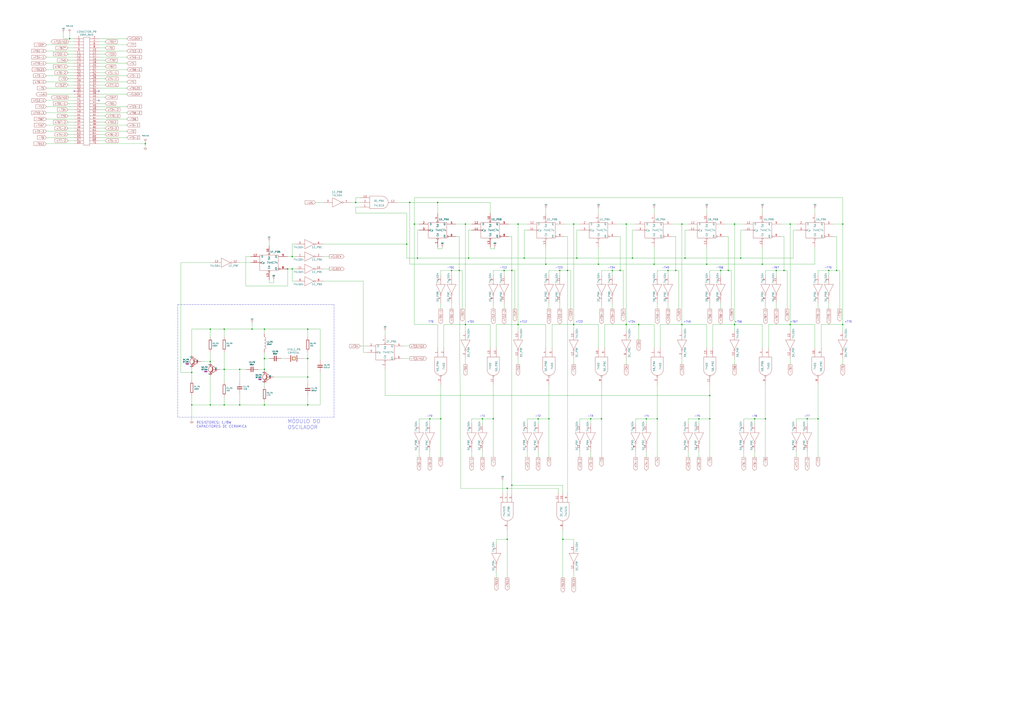
<source format=kicad_sch>
(kicad_sch (version 20250114) (generator "eeschema") (generator_version "9.0")
  (paper "A1")
  (title_block (date "2 aug 2016"))
  (text "+T45" (at 561.34 265.43 0) (effects (font (size 1.524 1.524)) (justify left bottom)))
  (text "-T56" (at 588.01 220.98 0) (effects (font (size 1.524 1.524)) (justify left bottom)))
  (text "-T6" (at 617.22 342.9 0) (effects (font (size 1.524 1.524)) (justify left bottom)))
  (text "-T01" (at 367.03 220.98 0) (effects (font (size 1.524 1.524)) (justify left bottom)))
  (text "+T12" (at 426.72 265.43 0) (effects (font (size 1.524 1.524)) (justify left bottom)))
  (text "-T2" (at 439.42 342.9 0) (effects (font (size 1.524 1.524)) (justify left bottom)))
  (text "+T34" (at 515.62 265.43 0) (effects (font (size 1.524 1.524)) (justify left bottom)))
  (text "-T23" (at 455.93 220.98 0) (effects (font (size 1.524 1.524)) (justify left bottom)))
  (text "-T7" (at 660.4 342.9 0) (effects (font (size 1.524 1.524)) (justify left bottom)))
  (text "+T56" (at 603.25 265.43 0) (effects (font (size 1.524 1.524)) (justify left bottom)))
  (text "+T70" (at 693.42 265.43 0) (effects (font (size 1.524 1.524)) (justify left bottom)))
  (text "T70" (at 351.79 265.43 0) (effects (font (size 1.524 1.524)) (justify left bottom)))
  (text "-T45" (at 543.56 220.98 0) (effects (font (size 1.524 1.524)) (justify left bottom)))
  (text "MÓDULO DO\nOSCILADOR" (at 236.22 353.06 0) (effects (font (size 2.9972 2.9972)) (justify left bottom)))
  (text "+T23" (at 472.44 265.43 0) (effects (font (size 1.524 1.524)) (justify left bottom)))
  (text "-T67" (at 633.73 220.98 0) (effects (font (size 1.524 1.524)) (justify left bottom)))
  (text "+T67" (at 648.97 265.43 0) (effects (font (size 1.524 1.524)) (justify left bottom)))
  (text "-T0" (at 350.52 342.9 0) (effects (font (size 1.524 1.524)) (justify left bottom)))
  (text "-T3" (at 482.6 342.9 0) (effects (font (size 1.524 1.524)) (justify left bottom)))
  (text "-T5" (at 570.23 342.9 0) (effects (font (size 1.524 1.524)) (justify left bottom)))
  (text "-T70" (at 676.91 220.98 0) (effects (font (size 1.524 1.524)) (justify left bottom)))
  (text "RESISTORES: 1/8W\nCAPACITORES DE CERAMICA" (at 161.29 351.79 0) (effects (font (size 2.0066 2.0066)) (justify left bottom)))
  (text "-T1" (at 393.7 342.9 0) (effects (font (size 1.524 1.524)) (justify left bottom)))
  (text "-T34" (at 499.11 220.98 0) (effects (font (size 1.524 1.524)) (justify left bottom)))
  (text "+T01" (at 383.54 265.43 0) (effects (font (size 1.524 1.524)) (justify left bottom)))
  (text "-T12" (at 410.21 220.98 0) (effects (font (size 1.524 1.524)) (justify left bottom)))
  (text "-T4\n" (at 528.32 342.9 0) (effects (font (size 1.524 1.524)) (justify left bottom)))
  (junction (at 252.73 270.51))
  (junction (at 580.39 217.17))
  (junction (at 414.02 222.25))
  (junction (at 687.07 222.25))
  (junction (at 172.72 297.18))
  (junction (at 196.85 332.74))
  (junction (at 441.96 344.17))
  (junction (at 692.15 266.7))
  (junction (at 370.84 222.25))
  (junction (at 207.01 270.51))
  (junction (at 491.49 217.17))
  (junction (at 450.85 344.17))
  (junction (at 466.09 222.25))
  (junction (at 252.73 309.88))
  (junction (at 336.55 166.37))
  (junction (at 648.97 184.15))
  (junction (at 425.45 266.7))
  (junction (at 603.25 184.15))
  (junction (at 240.03 210.82))
  (junction (at 582.93 344.17))
  (junction (at 340.36 184.15))
  (junction (at 377.19 222.25))
  (junction (at 626.11 217.17))
  (junction (at 359.41 166.37))
  (junction (at 473.71 212.09))
  (junction (at 560.07 266.7))
  (junction (at 240.03 220.98))
  (junction (at 405.13 344.17))
  (junction (at 648.97 266.7))
  (junction (at 334.01 200.66))
  (junction (at 252.73 332.74))
  (junction (at 157.48 332.74))
  (junction (at 420.37 222.25))
  (junction (at 353.06 344.17))
  (junction (at 384.81 212.09))
  (junction (at 184.15 270.51))
  (junction (at 292.1 166.37))
  (junction (at 430.53 212.09))
  (junction (at 554.99 222.25))
  (junction (at 562.61 212.09))
  (junction (at 425.45 184.15))
  (junction (at 382.27 266.7))
  (junction (at 574.04 344.17))
  (junction (at 196.85 303.53))
  (junction (at 608.33 212.09))
  (junction (at 459.74 222.25))
  (junction (at 416.56 401.32))
  (junction (at 217.17 332.74))
  (junction (at 485.14 344.17))
  (junction (at 671.83 344.17))
  (junction (at 184.15 332.74))
  (junction (at 591.82 222.25))
  (junction (at 172.72 332.74))
  (junction (at 519.43 212.09))
  (junction (at 157.48 306.07))
  (junction (at 619.76 344.17))
  (junction (at 217.17 294.64))
  (junction (at 582.93 325.12))
  (junction (at 514.35 184.15))
  (junction (at 628.65 344.17))
  (junction (at 598.17 222.25))
  (junction (at 217.17 303.53))
  (junction (at 471.17 184.15))
  (junction (at 252.73 294.64))
  (junction (at 662.94 344.17))
  (junction (at 57.15 31.75))
  (junction (at 184.15 303.53))
  (junction (at 462.28 443.23))
  (junction (at 172.72 270.51))
  (junction (at 643.89 222.25))
  (junction (at 548.64 222.25))
  (junction (at 680.72 222.25))
  (junction (at 509.27 222.25))
  (junction (at 537.21 217.17))
  (junction (at 494.03 344.17))
  (junction (at 539.75 344.17))
  (junction (at 603.25 266.7))
  (junction (at 342.9 212.09))
  (junction (at 416.56 443.23))
  (junction (at 217.17 270.51))
  (junction (at 514.35 266.7))
  (junction (at 560.07 184.15))
  (junction (at 119.38 118.11))
  (junction (at 692.15 184.15))
  (junction (at 637.54 222.25))
  (junction (at 471.17 266.7))
  (junction (at 530.86 344.17))
  (junction (at 396.24 344.17))
  (junction (at 361.95 344.17))
  (junction (at 448.31 217.17))
  (junction (at 236.22 220.98))
  (junction (at 420.37 398.78))
  (junction (at 502.92 222.25))
  (junction (at 382.27 184.15))
  (junction (at 524.51 266.7))
  (no_connect (at 81.28 74.93))
  (no_connect (at 60.96 74.93))
  (no_connect (at 81.28 82.55))
  (wire (pts (xy 582.93 222.25) (xy 591.82 222.25)))
  (wire (pts (xy 148.59 306.07) (xy 157.48 306.07)))
  (wire (pts (xy 684.53 184.15) (xy 692.15 184.15)))
  (wire (pts (xy 86.36 85.09) (xy 81.28 85.09)))
  (wire (pts (xy 86.36 100.33) (xy 81.28 100.33)))
  (wire (pts (xy 648.97 184.15) (xy 648.97 266.7)))
  (wire (pts (xy 514.35 184.15) (xy 514.35 266.7)))
  (wire (pts (xy 402.59 166.37) (xy 402.59 175.26)))
  (wire (pts (xy 55.88 115.57) (xy 60.96 115.57)))
  (wire (pts (xy 448.31 203.2) (xy 448.31 217.17)))
  (wire (pts (xy 86.36 34.29) (xy 81.28 34.29)))
  (wire (pts (xy 598.17 194.31) (xy 595.63 194.31)))
  (wire (pts (xy 509.27 222.25) (xy 509.27 194.31)))
  (wire (pts (xy 38.1 102.87) (xy 60.96 102.87)))
  (wire (pts (xy 340.36 184.15) (xy 340.36 266.7)))
  (wire (pts (xy 692.15 294.64) (xy 692.15 299.72)))
  (wire (pts (xy 38.1 118.11) (xy 60.96 118.11)))
  (wire (pts (xy 448.31 171.45) (xy 448.31 175.26)))
  (wire (pts (xy 674.37 285.75) (xy 674.37 266.7)))
  (wire (pts (xy 619.76 375.92) (xy 619.76 370.84)))
  (wire (pts (xy 38.1 92.71) (xy 60.96 92.71)))
  (wire (pts (xy 52.07 31.75) (xy 52.07 26.67)))
  (wire (pts (xy 628.65 248.92) (xy 628.65 254)))
  (wire (pts (xy 680.72 222.25) (xy 680.72 226.06)))
  (wire (pts (xy 60.96 100.33) (xy 55.88 100.33)))
  (wire (pts (xy 359.41 204.47) (xy 363.22 204.47)))
  (wire (pts (xy 220.98 229.87) (xy 220.98 232.41)))
  (wire (pts (xy 344.17 370.84) (xy 344.17 375.92)))
  (wire (pts (xy 55.88 69.85) (xy 60.96 69.85)))
  (wire (pts (xy 55.88 110.49) (xy 60.96 110.49)))
  (wire (pts (xy 582.93 316.23) (xy 582.93 325.12)))
  (wire (pts (xy 288.29 166.37) (xy 292.1 166.37)))
  (wire (pts (xy 560.07 266.7) (xy 560.07 271.78)))
  (wire (pts (xy 441.96 375.92) (xy 441.96 370.84)))
  (wire (pts (xy 104.14 107.95) (xy 81.28 107.95)))
  (wire (pts (xy 207.01 265.43) (xy 207.01 270.51)))
  (wire (pts (xy 433.07 344.17) (xy 441.96 344.17)))
  (wire (pts (xy 217.17 314.96) (xy 217.17 317.5)))
  (wire (pts (xy 55.88 44.45) (xy 60.96 44.45)))
  (wire (pts (xy 382.27 184.15) (xy 382.27 266.7)))
  (wire (pts (xy 468.63 222.25) (xy 468.63 254)))
  (wire (pts (xy 336.55 217.17) (xy 448.31 217.17)))
  (wire (pts (xy 554.99 194.31) (xy 552.45 194.31)))
  (wire (pts (xy 220.98 232.41) (xy 224.79 232.41)))
  (wire (pts (xy 382.27 184.15) (xy 387.35 184.15)))
  (wire (pts (xy 425.45 184.15) (xy 433.07 184.15)))
  (wire (pts (xy 407.67 266.7) (xy 425.45 266.7)))
  (wire (pts (xy 425.45 184.15) (xy 425.45 266.7)))
  (wire (pts (xy 363.22 204.47) (xy 363.22 203.2)))
  (wire (pts (xy 548.64 222.25) (xy 554.99 222.25)))
  (wire (pts (xy 414.02 222.25) (xy 414.02 226.06)))
  (wire (pts (xy 471.17 266.7) (xy 471.17 271.78)))
  (wire (pts (xy 184.15 270.51) (xy 184.15 276.86)))
  (wire (pts (xy 471.17 266.7) (xy 491.49 266.7)))
  (wire (pts (xy 361.95 226.06) (xy 361.95 222.25)))
  (wire (pts (xy 539.75 222.25) (xy 548.64 222.25)))
  (wire (pts (xy 414.02 222.25) (xy 420.37 222.25)))
  (wire (pts (xy 626.11 266.7) (xy 626.11 285.75)))
  (wire (pts (xy 402.59 266.7) (xy 402.59 285.75)))
  (wire (pts (xy 610.87 370.84) (xy 610.87 375.92)))
  (wire (pts (xy 157.48 270.51) (xy 157.48 292.1)))
  (wire (pts (xy 236.22 234.95) (xy 201.93 234.95)))
  (wire (pts (xy 450.85 226.06) (xy 450.85 222.25)))
  (wire (pts (xy 119.38 116.84) (xy 119.38 118.11)))
  (wire (pts (xy 648.97 184.15) (xy 654.05 184.15)))
  (wire (pts (xy 502.92 222.25) (xy 509.27 222.25)))
  (wire (pts (xy 610.87 344.17) (xy 619.76 344.17)))
  (wire (pts (xy 560.07 184.15) (xy 565.15 184.15)))
  (wire (pts (xy 628.65 226.06) (xy 628.65 222.25)))
  (wire (pts (xy 340.36 162.56) (xy 692.15 162.56)))
  (wire (pts (xy 405.13 222.25) (xy 414.02 222.25)))
  (wire (pts (xy 184.15 332.74) (xy 196.85 332.74)))
  (wire (pts (xy 466.09 222.25) (xy 466.09 405.13)))
  (wire (pts (xy 637.54 222.25) (xy 637.54 226.06)))
  (wire (pts (xy 405.13 226.06) (xy 405.13 222.25)))
  (wire (pts (xy 491.49 217.17) (xy 491.49 203.2)))
  (wire (pts (xy 422.91 222.25) (xy 422.91 254)))
  (wire (pts (xy 425.45 266.7) (xy 425.45 271.78)))
  (wire (pts (xy 265.43 231.14) (xy 298.45 231.14)))
  (wire (pts (xy 648.97 266.7) (xy 669.29 266.7)))
  (wire (pts (xy 466.09 222.25) (xy 468.63 222.25)))
  (wire (pts (xy 692.15 184.15) (xy 692.15 266.7)))
  (wire (pts (xy 626.11 217.17) (xy 669.29 217.17)))
  (wire (pts (xy 669.29 217.17) (xy 669.29 203.2)))
  (wire (pts (xy 552.45 184.15) (xy 560.07 184.15)))
  (wire (pts (xy 692.15 162.56) (xy 692.15 184.15)))
  (wire (pts (xy 217.17 303.53) (xy 217.17 304.8)))
  (wire (pts (xy 626.11 203.2) (xy 626.11 217.17)))
  (wire (pts (xy 382.27 294.64) (xy 382.27 299.72)))
  (wire (pts (xy 326.39 166.37) (xy 336.55 166.37)))
  (wire (pts (xy 252.73 332.74) (xy 252.73 325.12)))
  (wire (pts (xy 265.43 166.37) (xy 259.08 166.37)))
  (wire (pts (xy 344.17 347.98) (xy 344.17 344.17)))
  (wire (pts (xy 172.72 289.56) (xy 172.72 297.18)))
  (wire (pts (xy 654.05 370.84) (xy 654.05 375.92)))
  (wire (pts (xy 476.25 370.84) (xy 476.25 375.92)))
  (wire (pts (xy 353.06 375.92) (xy 353.06 370.84)))
  (wire (pts (xy 425.45 266.7) (xy 448.31 266.7)))
  (wire (pts (xy 359.41 166.37) (xy 359.41 175.26)))
  (wire (pts (xy 340.36 266.7) (xy 359.41 266.7)))
  (wire (pts (xy 542.29 266.7) (xy 560.07 266.7)))
  (wire (pts (xy 405.13 248.92) (xy 405.13 254)))
  (wire (pts (xy 38.1 113.03) (xy 60.96 113.03)))
  (wire (pts (xy 416.56 401.32) (xy 416.56 405.13)))
  (wire (pts (xy 420.37 222.25) (xy 422.91 222.25)))
  (wire (pts (xy 539.75 226.06) (xy 539.75 222.25)))
  (wire (pts (xy 55.88 39.37) (xy 60.96 39.37)))
  (wire (pts (xy 548.64 222.25) (xy 548.64 226.06)))
  (wire (pts (xy 491.49 266.7) (xy 491.49 285.75)))
  (wire (pts (xy 38.1 57.15) (xy 60.96 57.15)))
  (wire (pts (xy 548.64 254) (xy 548.64 248.92)))
  (wire (pts (xy 671.83 316.23) (xy 671.83 344.17)))
  (wire (pts (xy 542.29 285.75) (xy 542.29 266.7)))
  (wire (pts (xy 502.92 222.25) (xy 502.92 226.06)))
  (wire (pts (xy 359.41 266.7) (xy 359.41 285.75)))
  (wire (pts (xy 448.31 266.7) (xy 448.31 285.75)))
  (wire (pts (xy 610.87 189.23) (xy 608.33 189.23)))
  (wire (pts (xy 453.39 266.7) (xy 471.17 266.7)))
  (wire (pts (xy 502.92 254) (xy 502.92 248.92)))
  (wire (pts (xy 86.36 59.69) (xy 81.28 59.69)))
  (wire (pts (xy 603.25 266.7) (xy 603.25 271.78)))
  (wire (pts (xy 86.36 115.57) (xy 81.28 115.57)))
  (wire (pts (xy 104.14 72.39) (xy 81.28 72.39)))
  (wire (pts (xy 172.72 270.51) (xy 184.15 270.51)))
  (wire (pts (xy 370.84 254) (xy 370.84 248.92)))
  (wire (pts (xy 471.17 184.15) (xy 471.17 266.7)))
  (wire (pts (xy 361.95 344.17) (xy 361.95 375.92)))
  (wire (pts (xy 119.38 118.11) (xy 119.38 121.92)))
  (wire (pts (xy 402.59 203.2) (xy 402.59 204.47)))
  (wire (pts (xy 462.28 443.23) (xy 471.17 443.23)))
  (wire (pts (xy 104.14 31.75) (xy 81.28 31.75)))
  (wire (pts (xy 565.15 370.84) (xy 565.15 375.92)))
  (polyline (pts (xy 274.32 342.9) (xy 146.05 342.9)) (stroke (width 0) (type dash)))
  (wire (pts (xy 591.82 254) (xy 591.82 248.92)))
  (wire (pts (xy 689.61 222.25) (xy 689.61 254)))
  (wire (pts (xy 217.17 270.51) (xy 252.73 270.51)))
  (wire (pts (xy 340.36 162.56) (xy 340.36 184.15)))
  (wire (pts (xy 402.59 204.47) (xy 406.4 204.47)))
  (wire (pts (xy 420.37 398.78) (xy 420.37 405.13)))
  (wire (pts (xy 521.97 189.23) (xy 519.43 189.23)))
  (polyline (pts (xy 146.05 342.9) (xy 146.05 250.19)) (stroke (width 0) (type dash)))
  (wire (pts (xy 359.41 203.2) (xy 359.41 204.47)))
  (wire (pts (xy 104.14 92.71) (xy 81.28 92.71)))
  (wire (pts (xy 598.17 222.25) (xy 600.71 222.25)))
  (wire (pts (xy 626.11 171.45) (xy 626.11 175.26)))
  (wire (pts (xy 471.17 299.72) (xy 471.17 294.64)))
  (wire (pts (xy 565.15 347.98) (xy 565.15 344.17)))
  (wire (pts (xy 240.03 200.66) (xy 242.57 200.66)))
  (wire (pts (xy 374.65 184.15) (xy 382.27 184.15)))
  (wire (pts (xy 405.13 344.17) (xy 405.13 375.92)))
  (wire (pts (xy 55.88 54.61) (xy 60.96 54.61)))
  (wire (pts (xy 265.43 220.98) (xy 270.51 220.98)))
  (wire (pts (xy 86.36 64.77) (xy 81.28 64.77)))
  (wire (pts (xy 104.14 113.03) (xy 81.28 113.03)))
  (wire (pts (xy 265.43 200.66) (xy 334.01 200.66)))
  (wire (pts (xy 262.89 270.51) (xy 262.89 295.91)))
  (wire (pts (xy 582.93 226.06) (xy 582.93 222.25)))
  (wire (pts (xy 184.15 303.53) (xy 184.15 313.69)))
  (wire (pts (xy 165.1 297.18) (xy 172.72 297.18)))
  (wire (pts (xy 521.97 344.17) (xy 530.86 344.17)))
  (wire (pts (xy 671.83 248.92) (xy 671.83 254)))
  (wire (pts (xy 585.47 285.75) (xy 585.47 266.7)))
  (wire (pts (xy 361.95 222.25) (xy 370.84 222.25)))
  (wire (pts (xy 509.27 222.25) (xy 511.81 222.25)))
  (wire (pts (xy 420.37 194.31) (xy 420.37 222.25)))
  (wire (pts (xy 38.1 82.55) (xy 60.96 82.55)))
  (wire (pts (xy 524.51 279.4) (xy 524.51 266.7)))
  (wire (pts (xy 433.07 370.84) (xy 433.07 375.92)))
  (wire (pts (xy 530.86 375.92) (xy 530.86 370.84)))
  (wire (pts (xy 585.47 266.7) (xy 603.25 266.7)))
  (wire (pts (xy 240.03 220.98) (xy 242.57 220.98)))
  (wire (pts (xy 562.61 212.09) (xy 562.61 189.23)))
  (wire (pts (xy 236.22 210.82) (xy 240.03 210.82)))
  (wire (pts (xy 580.39 217.17) (xy 626.11 217.17)))
  (wire (pts (xy 654.05 347.98) (xy 654.05 344.17)))
  (wire (pts (xy 384.81 189.23) (xy 387.35 189.23)))
  (wire (pts (xy 631.19 285.75) (xy 631.19 266.7)))
  (wire (pts (xy 157.48 332.74) (xy 157.48 346.71)))
  (wire (pts (xy 494.03 316.23) (xy 494.03 344.17)))
  (wire (pts (xy 396.24 344.17) (xy 396.24 347.98)))
  (wire (pts (xy 240.03 231.14) (xy 242.57 231.14)))
  (wire (pts (xy 485.14 344.17) (xy 485.14 347.98)))
  (wire (pts (xy 334.01 212.09) (xy 342.9 212.09)))
  (wire (pts (xy 336.55 166.37) (xy 359.41 166.37)))
  (wire (pts (xy 180.34 303.53) (xy 184.15 303.53)))
  (wire (pts (xy 433.07 347.98) (xy 433.07 344.17)))
  (wire (pts (xy 494.03 222.25) (xy 502.92 222.25)))
  (wire (pts (xy 38.1 46.99) (xy 60.96 46.99)))
  (wire (pts (xy 687.07 222.25) (xy 687.07 194.31)))
  (wire (pts (xy 450.85 316.23) (xy 450.85 344.17)))
  (wire (pts (xy 86.36 39.37) (xy 81.28 39.37)))
  (wire (pts (xy 509.27 194.31) (xy 506.73 194.31)))
  (wire (pts (xy 292.1 170.18) (xy 292.1 175.26)))
  (wire (pts (xy 336.55 217.17) (xy 336.55 166.37)))
  (wire (pts (xy 387.35 370.84) (xy 387.35 375.92)))
  (wire (pts (xy 298.45 289.56) (xy 300.99 289.56)))
  (wire (pts (xy 521.97 370.84) (xy 521.97 375.92)))
  (wire (pts (xy 580.39 217.17) (xy 580.39 203.2)))
  (wire (pts (xy 240.03 231.14) (xy 240.03 220.98)))
  (wire (pts (xy 680.72 222.25) (xy 687.07 222.25)))
  (wire (pts (xy 57.15 26.67) (xy 57.15 31.75)))
  (wire (pts (xy 240.03 210.82) (xy 242.57 210.82)))
  (wire (pts (xy 582.93 344.17) (xy 582.93 375.92)))
  (wire (pts (xy 430.53 189.23) (xy 430.53 212.09)))
  (wire (pts (xy 86.36 80.01) (xy 81.28 80.01)))
  (wire (pts (xy 384.81 212.09) (xy 430.53 212.09)))
  (wire (pts (xy 379.73 222.25) (xy 379.73 254)))
  (wire (pts (xy 519.43 189.23) (xy 519.43 212.09)))
  (wire (pts (xy 582.93 248.92) (xy 582.93 254)))
  (wire (pts (xy 405.13 316.23) (xy 405.13 344.17)))
  (wire (pts (xy 342.9 212.09) (xy 384.81 212.09)))
  (wire (pts (xy 619.76 344.17) (xy 628.65 344.17)))
  (wire (pts (xy 641.35 184.15) (xy 648.97 184.15)))
  (wire (pts (xy 157.48 332.74) (xy 172.72 332.74)))
  (wire (pts (xy 86.36 54.61) (xy 81.28 54.61)))
  (wire (pts (xy 38.1 77.47) (xy 60.96 77.47)))
  (wire (pts (xy 692.15 266.7) (xy 692.15 271.78)))
  (wire (pts (xy 104.14 36.83) (xy 81.28 36.83)))
  (wire (pts (xy 662.94 344.17) (xy 671.83 344.17)))
  (wire (pts (xy 637.54 254) (xy 637.54 248.92)))
  (wire (pts (xy 55.88 95.25) (xy 60.96 95.25)))
  (wire (pts (xy 425.45 299.72) (xy 425.45 294.64)))
  (wire (pts (xy 292.1 166.37) (xy 295.91 166.37)))
  (wire (pts (xy 344.17 344.17) (xy 353.06 344.17)))
  (wire (pts (xy 610.87 347.98) (xy 610.87 344.17)))
  (wire (pts (xy 316.23 303.53) (xy 316.23 325.12)))
  (wire (pts (xy 539.75 248.92) (xy 539.75 254)))
  (wire (pts (xy 514.35 266.7) (xy 514.35 271.78)))
  (wire (pts (xy 476.25 344.17) (xy 485.14 344.17)))
  (wire (pts (xy 353.06 344.17) (xy 361.95 344.17)))
  (wire (pts (xy 104.14 52.07) (xy 81.28 52.07)))
  (wire (pts (xy 537.21 217.17) (xy 580.39 217.17)))
  (wire (pts (xy 537.21 266.7) (xy 537.21 285.75)))
  (wire (pts (xy 463.55 184.15) (xy 471.17 184.15)))
  (wire (pts (xy 172.72 276.86) (xy 172.72 270.51)))
  (wire (pts (xy 496.57 266.7) (xy 514.35 266.7)))
  (wire (pts (xy 196.85 332.74) (xy 217.17 332.74)))
  (wire (pts (xy 476.25 347.98) (xy 476.25 344.17)))
  (wire (pts (xy 414.02 254) (xy 414.02 248.92)))
  (wire (pts (xy 252.73 309.88) (xy 224.79 309.88)))
  (wire (pts (xy 86.36 49.53) (xy 81.28 49.53)))
  (wire (pts (xy 406.4 204.47) (xy 406.4 203.2)))
  (wire (pts (xy 643.89 222.25) (xy 646.43 222.25)))
  (wire (pts (xy 669.29 266.7) (xy 669.29 285.75)))
  (wire (pts (xy 236.22 220.98) (xy 236.22 234.95)))
  (wire (pts (xy 387.35 344.17) (xy 396.24 344.17)))
  (wire (pts (xy 453.39 285.75) (xy 453.39 266.7)))
  (wire (pts (xy 342.9 189.23) (xy 344.17 189.23)))
  (wire (pts (xy 295.91 170.18) (xy 292.1 170.18)))
  (wire (pts (xy 57.15 31.75) (xy 60.96 31.75)))
  (wire (pts (xy 86.36 105.41) (xy 81.28 105.41)))
  (wire (pts (xy 377.19 222.25) (xy 378.46 401.32)))
  (wire (pts (xy 619.76 344.17) (xy 619.76 347.98)))
  (wire (pts (xy 560.07 299.72) (xy 560.07 294.64)))
  (wire (pts (xy 86.36 44.45) (xy 81.28 44.45)))
  (wire (pts (xy 430.53 212.09) (xy 473.71 212.09)))
  (wire (pts (xy 494.03 344.17) (xy 494.03 375.92)))
  (wire (pts (xy 554.99 222.25) (xy 557.53 222.25)))
  (wire (pts (xy 86.36 90.17) (xy 81.28 90.17)))
  (wire (pts (xy 608.33 212.09) (xy 651.51 212.09)))
  (wire (pts (xy 628.65 222.25) (xy 637.54 222.25)))
  (wire (pts (xy 252.73 294.64) (xy 252.73 309.88)))
  (wire (pts (xy 104.14 67.31) (xy 81.28 67.31)))
  (wire (pts (xy 60.96 105.41) (xy 55.88 105.41)))
  (wire (pts (xy 340.36 184.15) (xy 344.17 184.15)))
  (wire (pts (xy 537.21 217.17) (xy 537.21 203.2)))
  (wire (pts (xy 104.14 41.91) (xy 81.28 41.91)))
  (wire (pts (xy 396.24 375.92) (xy 396.24 370.84)))
  (wire (pts (xy 496.57 285.75) (xy 496.57 266.7)))
  (wire (pts (xy 86.36 69.85) (xy 81.28 69.85)))
  (wire (pts (xy 207.01 270.51) (xy 217.17 270.51)))
  (wire (pts (xy 524.51 266.7) (xy 537.21 266.7)))
  (wire (pts (xy 38.1 62.23) (xy 60.96 62.23)))
  (wire (pts (xy 252.73 270.51) (xy 262.89 270.51)))
  (wire (pts (xy 370.84 222.25) (xy 377.19 222.25)))
  (wire (pts (xy 38.1 67.31) (xy 60.96 67.31)))
  (wire (pts (xy 224.79 232.41) (xy 224.79 229.87)))
  (wire (pts (xy 473.71 189.23) (xy 476.25 189.23)))
  (wire (pts (xy 248.92 294.64) (xy 252.73 294.64)))
  (wire (pts (xy 441.96 344.17) (xy 441.96 347.98)))
  (wire (pts (xy 537.21 171.45) (xy 537.21 175.26)))
  (wire (pts (xy 205.74 210.82) (xy 201.93 210.82)))
  (wire (pts (xy 662.94 375.92) (xy 662.94 370.84)))
  (wire (pts (xy 217.17 332.74) (xy 217.17 330.2)))
  (wire (pts (xy 104.14 46.99) (xy 81.28 46.99)))
  (wire (pts (xy 184.15 303.53) (xy 196.85 303.53)))
  (wire (pts (xy 52.07 31.75) (xy 57.15 31.75)))
  (wire (pts (xy 407.67 443.23) (xy 416.56 443.23)))
  (wire (pts (xy 384.81 212.09) (xy 384.81 189.23)))
  (wire (pts (xy 494.03 226.06) (xy 494.03 222.25)))
  (wire (pts (xy 603.25 299.72) (xy 603.25 294.64)))
  (wire (pts (xy 648.97 294.64) (xy 648.97 299.72)))
  (wire (pts (xy 196.85 215.9) (xy 205.74 215.9)))
  (wire (pts (xy 252.73 309.88) (xy 252.73 314.96)))
  (wire (pts (xy 646.43 222.25) (xy 646.43 254)))
  (wire (pts (xy 157.48 306.07) (xy 157.48 312.42)))
  (wire (pts (xy 265.43 210.82) (xy 270.51 210.82)))
  (wire (pts (xy 539.75 344.17) (xy 539.75 375.92)))
  (wire (pts (xy 628.65 316.23) (xy 628.65 344.17)))
  (wire (pts (xy 172.72 308.61) (xy 172.72 332.74)))
  (wire (pts (xy 600.71 222.25) (xy 600.71 254)))
  (wire (pts (xy 336.55 294.64) (xy 331.47 294.64)))
  (wire (pts (xy 196.85 303.53) (xy 201.93 303.53)))
  (wire (pts (xy 38.1 97.79) (xy 60.96 97.79)))
  (wire (pts (xy 458.47 401.32) (xy 458.47 405.13)))
  (wire (pts (xy 662.94 344.17) (xy 662.94 347.98)))
  (wire (pts (xy 671.83 222.25) (xy 680.72 222.25)))
  (wire (pts (xy 580.39 171.45) (xy 580.39 175.26)))
  (wire (pts (xy 298.45 231.14) (xy 298.45 289.56)))
  (wire (pts (xy 334.01 200.66) (xy 334.01 212.09)))
  (wire (pts (xy 212.09 303.53) (xy 217.17 303.53)))
  (wire (pts (xy 416.56 443.23) (xy 416.56 474.98)))
  (wire (pts (xy 157.48 270.51) (xy 172.72 270.51)))
  (wire (pts (xy 654.05 344.17) (xy 662.94 344.17)))
  (wire (pts (xy 459.74 222.25) (xy 466.09 222.25)))
  (wire (pts (xy 473.71 212.09) (xy 473.71 189.23)))
  (wire (pts (xy 342.9 189.23) (xy 342.9 212.09)))
  (wire (pts (xy 55.88 85.09) (xy 60.96 85.09)))
  (wire (pts (xy 521.97 347.98) (xy 521.97 344.17)))
  (wire (pts (xy 511.81 222.25) (xy 511.81 254)))
  (wire (pts (xy 292.1 162.56) (xy 292.1 166.37)))
  (wire (pts (xy 631.19 266.7) (xy 648.97 266.7)))
  (wire (pts (xy 420.37 194.31) (xy 417.83 194.31)))
  (wire (pts (xy 591.82 222.25) (xy 591.82 226.06)))
  (wire (pts (xy 412.75 394.97) (xy 412.75 405.13)))
  (polyline (pts (xy 274.32 250.19) (xy 274.32 342.9)) (stroke (width 0) (type dash)))
  (wire (pts (xy 591.82 222.25) (xy 598.17 222.25)))
  (wire (pts (xy 377.19 194.31) (xy 377.19 222.25)))
  (wire (pts (xy 608.33 189.23) (xy 608.33 212.09)))
  (wire (pts (xy 233.68 294.64) (xy 231.14 294.64)))
  (polyline (pts (xy 146.05 250.19) (xy 274.32 250.19)) (stroke (width 0) (type dash)))
  (wire (pts (xy 462.28 398.78) (xy 462.28 405.13)))
  (wire (pts (xy 494.03 248.92) (xy 494.03 254)))
  (wire (pts (xy 292.1 175.26) (xy 334.01 175.26)))
  (wire (pts (xy 491.49 171.45) (xy 491.49 175.26)))
  (wire (pts (xy 491.49 217.17) (xy 537.21 217.17)))
  (wire (pts (xy 560.07 184.15) (xy 560.07 266.7)))
  (wire (pts (xy 316.23 271.78) (xy 316.23 275.59)))
  (wire (pts (xy 378.46 401.32) (xy 416.56 401.32)))
  (wire (pts (xy 316.23 325.12) (xy 582.93 325.12)))
  (wire (pts (xy 485.14 344.17) (xy 494.03 344.17)))
  (wire (pts (xy 55.88 34.29) (xy 60.96 34.29)))
  (wire (pts (xy 407.67 443.23) (xy 407.67 447.04)))
  (wire (pts (xy 148.59 215.9) (xy 148.59 306.07)))
  (wire (pts (xy 157.48 325.12) (xy 157.48 332.74)))
  (wire (pts (xy 364.49 285.75) (xy 364.49 266.7)))
  (wire (pts (xy 574.04 344.17) (xy 582.93 344.17)))
  (wire (pts (xy 38.1 72.39) (xy 60.96 72.39)))
  (wire (pts (xy 55.88 80.01) (xy 60.96 80.01)))
  (wire (pts (xy 603.25 184.15) (xy 610.87 184.15)))
  (wire (pts (xy 252.73 270.51) (xy 252.73 276.86)))
  (wire (pts (xy 530.86 344.17) (xy 539.75 344.17)))
  (wire (pts (xy 262.89 332.74) (xy 262.89 306.07)))
  (wire (pts (xy 560.07 266.7) (xy 580.39 266.7)))
  (wire (pts (xy 574.04 375.92) (xy 574.04 370.84)))
  (wire (pts (xy 530.86 344.17) (xy 530.86 347.98)))
  (wire (pts (xy 416.56 401.32) (xy 458.47 401.32)))
  (wire (pts (xy 557.53 222.25) (xy 557.53 254)))
  (wire (pts (xy 466.09 194.31) (xy 463.55 194.31)))
  (wire (pts (xy 514.35 184.15) (xy 521.97 184.15)))
  (wire (pts (xy 184.15 270.51) (xy 207.01 270.51)))
  (wire (pts (xy 81.28 118.11) (xy 119.38 118.11)))
  (wire (pts (xy 595.63 184.15) (xy 603.25 184.15)))
  (wire (pts (xy 217.17 289.56) (xy 217.17 294.64)))
  (wire (pts (xy 554.99 222.25) (xy 554.99 194.31)))
  (wire (pts (xy 416.56 435.61) (xy 416.56 443.23)))
  (wire (pts (xy 407.67 474.98) (xy 407.67 469.9)))
  (wire (pts (xy 598.17 222.25) (xy 598.17 194.31)))
  (wire (pts (xy 466.09 194.31) (xy 466.09 222.25)))
  (wire (pts (xy 450.85 222.25) (xy 459.74 222.25)))
  (wire (pts (xy 148.59 215.9) (xy 173.99 215.9)))
  (wire (pts (xy 55.88 59.69) (xy 60.96 59.69)))
  (wire (pts (xy 38.1 52.07) (xy 60.96 52.07)))
  (wire (pts (xy 86.36 95.25) (xy 81.28 95.25)))
  (wire (pts (xy 240.03 210.82) (xy 240.03 200.66)))
  (wire (pts (xy 331.47 284.48) (xy 336.55 284.48)))
  (wire (pts (xy 574.04 344.17) (xy 574.04 347.98)))
  (wire (pts (xy 81.28 110.49) (xy 86.36 110.49)))
  (wire (pts (xy 396.24 344.17) (xy 405.13 344.17)))
  (wire (pts (xy 565.15 344.17) (xy 574.04 344.17)))
  (wire (pts (xy 364.49 266.7) (xy 382.27 266.7)))
  (wire (pts (xy 38.1 36.83) (xy 60.96 36.83)))
  (wire (pts (xy 196.85 332.74) (xy 196.85 323.85)))
  (wire (pts (xy 172.72 332.74) (xy 184.15 332.74)))
  (wire (pts (xy 603.25 184.15) (xy 603.25 266.7)))
  (wire (pts (xy 582.93 325.12) (xy 582.93 344.17)))
  (wire (pts (xy 450.85 248.92) (xy 450.85 254)))
  (wire (pts (xy 387.35 347.98) (xy 387.35 344.17)))
  (wire (pts (xy 104.14 62.23) (xy 81.28 62.23)))
  (wire (pts (xy 648.97 266.7) (xy 648.97 271.78)))
  (wire (pts (xy 236.22 220.98) (xy 240.03 220.98)))
  (wire (pts (xy 539.75 316.23) (xy 539.75 344.17)))
  (wire (pts (xy 220.98 198.12) (xy 220.98 201.93)))
  (wire (pts (xy 201.93 210.82) (xy 201.93 234.95)))
  (wire (pts (xy 471.17 474.98) (xy 471.17 469.9)))
  (wire (pts (xy 485.14 375.92) (xy 485.14 370.84)))
  (wire (pts (xy 473.71 212.09) (xy 519.43 212.09)))
  (wire (pts (xy 295.91 284.48) (xy 300.99 284.48)))
  (wire (pts (xy 252.73 289.56) (xy 252.73 294.64)))
  (wire (pts (xy 448.31 217.17) (xy 491.49 217.17)))
  (wire (pts (xy 671.83 344.17) (xy 671.83 375.92)))
  (wire (pts (xy 519.43 212.09) (xy 562.61 212.09)))
  (wire (pts (xy 459.74 222.25) (xy 459.74 226.06)))
  (wire (pts (xy 217.17 294.64) (xy 217.17 303.53)))
  (wire (pts (xy 38.1 41.91) (xy 60.96 41.91)))
  (wire (pts (xy 38.1 107.95) (xy 60.96 107.95)))
  (wire (pts (xy 104.14 87.63) (xy 81.28 87.63)))
  (wire (pts (xy 687.07 194.31) (xy 684.53 194.31)))
  (wire (pts (xy 353.06 344.17) (xy 353.06 347.98)))
  (wire (pts (xy 361.95 316.23) (xy 361.95 344.17)))
  (wire (pts (xy 514.35 266.7) (xy 524.51 266.7)))
  (wire (pts (xy 104.14 97.79) (xy 81.28 97.79)))
  (wire (pts (xy 459.74 254) (xy 459.74 248.92)))
  (wire (pts (xy 562.61 189.23) (xy 565.15 189.23)))
  (wire (pts (xy 184.15 289.56) (xy 184.15 303.53)))
  (wire (pts (xy 637.54 222.25) (xy 643.89 222.25)))
  (wire (pts (xy 628.65 344.17) (xy 628.65 375.92)))
  (wire (pts (xy 687.07 222.25) (xy 689.61 222.25)))
  (wire (pts (xy 420.37 398.78) (xy 462.28 398.78)))
  (wire (pts (xy 680.72 254) (xy 680.72 248.92)))
  (wire (pts (xy 55.88 49.53) (xy 60.96 49.53)))
  (wire (pts (xy 172.72 297.18) (xy 172.72 298.45)))
  (wire (pts (xy 370.84 222.25) (xy 370.84 226.06)))
  (wire (pts (xy 603.25 266.7) (xy 626.11 266.7)))
  (wire (pts (xy 38.1 87.63) (xy 60.96 87.63)))
  (wire (pts (xy 374.65 194.31) (xy 377.19 194.31)))
  (wire (pts (xy 217.17 332.74) (xy 252.73 332.74)))
  (wire (pts (xy 643.89 194.31) (xy 641.35 194.31)))
  (wire (pts (xy 104.14 77.47) (xy 81.28 77.47)))
  (wire (pts (xy 669.29 171.45) (xy 669.29 175.26)))
  (wire (pts (xy 55.88 90.17) (xy 60.96 90.17)))
  (wire (pts (xy 462.28 443.23) (xy 462.28 474.98)))
  (wire (pts (xy 382.27 266.7) (xy 382.27 271.78)))
  (wire (pts (xy 562.61 212.09) (xy 608.33 212.09)))
  (wire (pts (xy 217.17 274.32) (xy 217.17 270.51)))
  (wire (pts (xy 420.37 222.25) (xy 420.37 398.78)))
  (wire (pts (xy 104.14 57.15) (xy 81.28 57.15)))
  (wire (pts (xy 514.35 294.64) (xy 514.35 299.72)))
  (wire (pts (xy 471.17 443.23) (xy 471.17 447.04)))
  (wire (pts (xy 674.37 266.7) (xy 692.15 266.7)))
  (wire (pts (xy 184.15 332.74) (xy 184.15 326.39)))
  (wire (pts (xy 334.01 175.26) (xy 334.01 200.66)))
  (wire (pts (xy 377.19 222.25) (xy 379.73 222.25)))
  (wire (pts (xy 220.98 294.64) (xy 217.17 294.64)))
  (wire (pts (xy 651.51 212.09) (xy 651.51 189.23)))
  (wire (pts (xy 295.91 162.56) (xy 292.1 162.56)))
  (wire (pts (xy 252.73 332.74) (xy 262.89 332.74)))
  (wire (pts (xy 104.14 102.87) (xy 81.28 102.87)))
  (wire (pts (xy 471.17 184.15) (xy 476.25 184.15)))
  (wire (pts (xy 417.83 184.15) (xy 425.45 184.15)))
  (wire (pts (xy 580.39 266.7) (xy 580.39 285.75)))
  (wire (pts (xy 361.95 248.92) (xy 361.95 254)))
  (wire (pts (xy 671.83 226.06) (xy 671.83 222.25)))
  (wire (pts (xy 506.73 184.15) (xy 514.35 184.15)))
  (wire (pts (xy 196.85 303.53) (xy 196.85 313.69)))
  (wire (pts (xy 382.27 266.7) (xy 402.59 266.7)))
  (wire (pts (xy 441.96 344.17) (xy 450.85 344.17)))
  (wire (pts (xy 651.51 189.23) (xy 654.05 189.23)))
  (wire (pts (xy 462.28 435.61) (xy 462.28 443.23)))
  (wire (pts (xy 157.48 302.26) (xy 157.48 306.07)))
  (wire (pts (xy 450.85 344.17) (xy 450.85 375.92)))
  (wire (pts (xy 359.41 166.37) (xy 402.59 166.37)))
  (wire (pts (xy 643.89 194.31) (xy 643.89 222.25)))
  (wire (pts (xy 433.07 189.23) (xy 430.53 189.23)))
  (wire (pts (xy 407.67 285.75) (xy 407.67 266.7)))
  (wire (pts (xy 55.88 64.77) (xy 60.96 64.77)))
  (global_label "-T012" (shape input) (at 38.1 118.11 180) (effects (font (size 1.524 1.524))) (property "Intersheetrefs" "${INTERSHEET_REFS}" (effects (hide yes))))
  (global_label "+T4-2" (shape output) (at 530.86 375.92 270) (effects (font (size 1.524 1.524))) (property "Intersheetrefs" "${INTERSHEET_REFS}" (effects (hide yes))))
  (global_label "-T67*" (shape output) (at 646.43 254 270) (effects (font (size 1.524 1.524))) (property "Intersheetrefs" "${INTERSHEET_REFS}" (effects (hide yes))))
  (global_label "+T2-1" (shape input) (at 104.14 62.23 0) (effects (font (size 1.524 1.524))) (property "Intersheetrefs" "${INTERSHEET_REFS}" (effects (hide yes))))
  (global_label "+T7-1" (shape output) (at 654.05 375.92 270) (effects (font (size 1.524 1.524))) (property "Intersheetrefs" "${INTERSHEET_REFS}" (effects (hide yes))))
  (global_label "-T70" (shape input) (at 55.88 95.25 180) (effects (font (size 1.524 1.524))) (property "Intersheetrefs" "${INTERSHEET_REFS}" (effects (hide yes))))
  (global_label "-LAL" (shape input) (at 259.08 166.37 180) (effects (font (size 1.524 1.524))) (property "Intersheetrefs" "${INTERSHEET_REFS}" (effects (hide yes))))
  (global_label "+T23-2" (shape output) (at 459.74 254 270) (effects (font (size 1.524 1.524))) (property "Intersheetrefs" "${INTERSHEET_REFS}" (effects (hide yes))))
  (global_label "+T2-2" (shape input) (at 38.1 107.95 180) (effects (font (size 1.524 1.524))) (property "Intersheetrefs" "${INTERSHEET_REFS}" (effects (hide yes))))
  (global_label "+T34-2" (shape output) (at 502.92 254 270) (effects (font (size 1.524 1.524))) (property "Intersheetrefs" "${INTERSHEET_REFS}" (effects (hide yes))))
  (global_label "-T56" (shape output) (at 603.25 299.72 270) (effects (font (size 1.524 1.524))) (property "Intersheetrefs" "${INTERSHEET_REFS}" (effects (hide yes))))
  (global_label "-T1" (shape output) (at 405.13 375.92 270) (effects (font (size 1.524 1.524))) (property "Intersheetrefs" "${INTERSHEET_REFS}" (effects (hide yes))))
  (global_label "-CLOCK" (shape input) (at 104.14 77.47 0) (effects (font (size 1.524 1.524))) (property "Intersheetrefs" "${INTERSHEET_REFS}" (effects (hide yes))))
  (global_label "+T56-2" (shape input) (at 104.14 92.71 0) (effects (font (size 1.524 1.524))) (property "Intersheetrefs" "${INTERSHEET_REFS}" (effects (hide yes))))
  (global_label "+T23-1" (shape input) (at 55.88 44.45 180) (effects (font (size 1.524 1.524))) (property "Intersheetrefs" "${INTERSHEET_REFS}" (effects (hide yes))))
  (global_label "+T67-1" (shape input) (at 55.88 54.61 180) (effects (font (size 1.524 1.524))) (property "Intersheetrefs" "${INTERSHEET_REFS}" (effects (hide yes))))
  (global_label "+T34-1" (shape output) (at 494.03 254 270) (effects (font (size 1.524 1.524))) (property "Intersheetrefs" "${INTERSHEET_REFS}" (effects (hide yes))))
  (global_label "+T01-2" (shape output) (at 370.84 254 270) (effects (font (size 1.524 1.524))) (property "Intersheetrefs" "${INTERSHEET_REFS}" (effects (hide yes))))
  (global_label "+T70-1" (shape input) (at 38.1 52.07 180) (effects (font (size 1.524 1.524))) (property "Intersheetrefs" "${INTERSHEET_REFS}" (effects (hide yes))))
  (global_label "+T012" (shape output) (at 416.56 474.98 270) (effects (font (size 1.524 1.524))) (property "Intersheetrefs" "${INTERSHEET_REFS}" (effects (hide yes))))
  (global_label "+T34-2" (shape input) (at 86.36 90.17 0) (effects (font (size 1.524 1.524))) (property "Intersheetrefs" "${INTERSHEET_REFS}" (effects (hide yes))))
  (global_label "+T56-2" (shape output) (at 591.82 254 270) (effects (font (size 1.524 1.524))) (property "Intersheetrefs" "${INTERSHEET_REFS}" (effects (hide yes))))
  (global_label "-T012" (shape output) (at 407.67 474.98 270) (effects (font (size 1.524 1.524))) (property "Intersheetrefs" "${INTERSHEET_REFS}" (effects (hide yes))))
  (global_label "+T0-1" (shape input) (at 104.14 102.87 0) (effects (font (size 1.524 1.524))) (property "Intersheetrefs" "${INTERSHEET_REFS}" (effects (hide yes))))
  (global_label "-T3" (shape output) (at 494.03 375.92 270) (effects (font (size 1.524 1.524))) (property "Intersheetrefs" "${INTERSHEET_REFS}" (effects (hide yes))))
  (global_label "+T2-2" (shape output) (at 441.96 375.92 270) (effects (font (size 1.524 1.524))) (property "Intersheetrefs" "${INTERSHEET_REFS}" (effects (hide yes))))
  (global_label "-T5" (shape output) (at 582.93 375.92 270) (effects (font (size 1.524 1.524))) (property "Intersheetrefs" "${INTERSHEET_REFS}" (effects (hide yes))))
  (global_label "-T34*" (shape input) (at 86.36 80.01 0) (effects (font (size 1.524 1.524))) (property "Intersheetrefs" "${INTERSHEET_REFS}" (effects (hide yes))))
  (global_label "-T7" (shape output) (at 671.83 375.92 270) (effects (font (size 1.524 1.524))) (property "Intersheetrefs" "${INTERSHEET_REFS}" (effects (hide yes))))
  (global_label "+T3-1" (shape input) (at 38.1 62.23 180) (effects (font (size 1.524 1.524))) (property "Intersheetrefs" "${INTERSHEET_REFS}" (effects (hide yes))))
  (global_label "-T12*" (shape input) (at 55.88 69.85 180) (effects (font (size 1.524 1.524))) (property "Intersheetrefs" "${INTERSHEET_REFS}" (effects (hide yes))))
  (global_label "+T0-2" (shape input) (at 55.88 59.69 180) (effects (font (size 1.524 1.524))) (property "Intersheetrefs" "${INTERSHEET_REFS}" (effects (hide yes))))
  (global_label "-T34" (shape input) (at 55.88 90.17 180) (effects (font (size 1.524 1.524))) (property "Intersheetrefs" "${INTERSHEET_REFS}" (effects (hide yes))))
  (global_label "-T12*" (shape output) (at 422.91 254 270) (effects (font (size 1.524 1.524))) (property "Intersheetrefs" "${INTERSHEET_REFS}" (effects (hide yes))))
  (global_label "+T3-1" (shape output) (at 476.25 375.92 270) (effects (font (size 1.524 1.524))) (property "Intersheetrefs" "${INTERSHEET_REFS}" (effects (hide yes))))
  (global_label "+T1-2" (shape input) (at 55.88 105.41 180) (effects (font (size 1.524 1.524))) (property "Intersheetrefs" "${INTERSHEET_REFS}" (effects (hide yes))))
  (global_label "-T45" (shape input) (at 55.88 49.53 180) (effects (font (size 1.524 1.524))) (property "Intersheetrefs" "${INTERSHEET_REFS}" (effects (hide yes))))
  (global_label "-T12" (shape output) (at 425.45 299.72 270) (effects (font (size 1.524 1.524))) (property "Intersheetrefs" "${INTERSHEET_REFS}" (effects (hide yes))))
  (global_label "-T01" (shape input) (at 86.36 85.09 0) (effects (font (size 1.524 1.524))) (property "Intersheetrefs" "${INTERSHEET_REFS}" (effects (hide yes))))
  (global_label "+T7-2" (shape output) (at 662.94 375.92 270) (effects (font (size 1.524 1.524))) (property "Intersheetrefs" "${INTERSHEET_REFS}" (effects (hide yes))))
  (global_label "+T1-2" (shape output) (at 396.24 375.92 270) (effects (font (size 1.524 1.524))) (property "Intersheetrefs" "${INTERSHEET_REFS}" (effects (hide yes))))
  (global_label "+T0123" (shape output) (at 462.28 474.98 270) (effects (font (size 1.524 1.524))) (property "Intersheetrefs" "${INTERSHEET_REFS}" (effects (hide yes))))
  (global_label "-T67*" (shape input) (at 55.88 39.37 180) (effects (font (size 1.524 1.524))) (property "Intersheetrefs" "${INTERSHEET_REFS}" (effects (hide yes))))
  (global_label "-LAL" (shape output) (at 38.1 77.47 180) (effects (font (size 1.524 1.524))) (property "Intersheetrefs" "${INTERSHEET_REFS}" (effects (hide yes))))
  (global_label "-T(3/4)2" (shape output) (at 336.55 294.64 0) (effects (font (size 1.524 1.524))) (property "Intersheetrefs" "${INTERSHEET_REFS}" (effects (hide yes))))
  (global_label "-T5" (shape input) (at 38.1 72.39 180) (effects (font (size 1.524 1.524))) (property "Intersheetrefs" "${INTERSHEET_REFS}" (effects (hide yes))))
  (global_label "+T5-2" (shape input) (at 104.14 113.03 0) (effects (font (size 1.524 1.524))) (property "Intersheetrefs" "${INTERSHEET_REFS}" (effects (hide yes))))
  (global_label "-T23*" (shape input) (at 38.1 36.83 180) (effects (font (size 1.524 1.524))) (property "Intersheetrefs" "${INTERSHEET_REFS}" (effects (hide yes))))
  (global_label "+T45-1" (shape output) (at 539.75 254 270) (effects (font (size 1.524 1.524))) (property "Intersheetrefs" "${INTERSHEET_REFS}" (effects (hide yes))))
  (global_label "+T1-1" (shape input) (at 86.36 59.69 0) (effects (font (size 1.524 1.524))) (property "Intersheetrefs" "${INTERSHEET_REFS}" (effects (hide yes))))
  (global_label "-T01*" (shape input) (at 86.36 34.29 0) (effects (font (size 1.524 1.524))) (property "Intersheetrefs" "${INTERSHEET_REFS}" (effects (hide yes))))
  (global_label "+T5-1" (shape output) (at 565.15 375.92 270) (effects (font (size 1.524 1.524))) (property "Intersheetrefs" "${INTERSHEET_REFS}" (effects (hide yes))))
  (global_label "+T23-2" (shape input) (at 104.14 87.63 0) (effects (font (size 1.524 1.524))) (property "Intersheetrefs" "${INTERSHEET_REFS}" (effects (hide yes))))
  (global_label "+T34" (shape output) (at 524.51 279.4 270) (effects (font (size 1.524 1.524))) (property "Intersheetrefs" "${INTERSHEET_REFS}" (effects (hide yes))))
  (global_label "+T0-2" (shape output) (at 353.06 375.92 270) (effects (font (size 1.524 1.524))) (property "Intersheetrefs" "${INTERSHEET_REFS}" (effects (hide yes))))
  (global_label "+T34-1" (shape input) (at 38.1 46.99 180) (effects (font (size 1.524 1.524))) (property "Intersheetrefs" "${INTERSHEET_REFS}" (effects (hide yes))))
  (global_label "+T7-2" (shape input) (at 55.88 115.57 180) (effects (font (size 1.524 1.524))) (property "Intersheetrefs" "${INTERSHEET_REFS}" (effects (hide yes))))
  (global_label "+T3-2" (shape output) (at 485.14 375.92 270) (effects (font (size 1.524 1.524))) (property "Intersheetrefs" "${INTERSHEET_REFS}" (effects (hide yes))))
  (global_label "-T2" (shape input) (at 104.14 107.95 0) (effects (font (size 1.524 1.524))) (property "Intersheetrefs" "${INTERSHEET_REFS}" (effects (hide yes))))
  (global_label "-T45*" (shape output) (at 557.53 254 270) (effects (font (size 1.524 1.524))) (property "Intersheetrefs" "${INTERSHEET_REFS}" (effects (hide yes))))
  (global_label "-T7" (shape input) (at 104.14 36.83 0) (effects (font (size 1.524 1.524))) (property "Intersheetrefs" "${INTERSHEET_REFS}" (effects (hide yes))))
  (global_label "+T70-1" (shape output) (at 671.83 254 270) (effects (font (size 1.524 1.524))) (property "Intersheetrefs" "${INTERSHEET_REFS}" (effects (hide yes))))
  (global_label "-T23*" (shape output) (at 468.63 254 270) (effects (font (size 1.524 1.524))) (property "Intersheetrefs" "${INTERSHEET_REFS}" (effects (hide yes))))
  (global_label "+T70-2" (shape input) (at 86.36 95.25 0) (effects (font (size 1.524 1.524))) (property "Intersheetrefs" "${INTERSHEET_REFS}" (effects (hide yes))))
  (global_label "-T12" (shape input) (at 38.1 87.63 180) (effects (font (size 1.524 1.524))) (property "Intersheetrefs" "${INTERSHEET_REFS}" (effects (hide yes))))
  (global_label "+T4-2" (shape input) (at 55.88 110.49 180) (effects (font (size 1.524 1.524))) (property "Intersheetrefs" "${INTERSHEET_REFS}" (effects (hide yes))))
  (global_label "+T6-2" (shape output) (at 619.76 375.92 270) (effects (font (size 1.524 1.524))) (property "Intersheetrefs" "${INTERSHEET_REFS}" (effects (hide yes))))
  (global_label "-T34" (shape output) (at 514.35 299.72 270) (effects (font (size 1.524 1.524))) (property "Intersheetrefs" "${INTERSHEET_REFS}" (effects (hide yes))))
  (global_label "+T45-2" (shape input) (at 38.1 92.71 180) (effects (font (size 1.524 1.524))) (property "Intersheetrefs" "${INTERSHEET_REFS}" (effects (hide yes))))
  (global_label "-T0" (shape input) (at 86.36 39.37 0) (effects (font (size 1.524 1.524))) (property "Intersheetrefs" "${INTERSHEET_REFS}" (effects (hide yes))))
  (global_label "+T1-1" (shape output) (at 387.35 375.92 270) (effects (font (size 1.524 1.524))) (property "Intersheetrefs" "${INTERSHEET_REFS}" (effects (hide yes))))
  (global_label "+T0-1" (shape output) (at 344.17 375.92 270) (effects (font (size 1.524 1.524))) (property "Intersheetrefs" "${INTERSHEET_REFS}" (effects (hide yes))))
  (global_label "+T4-1" (shape output) (at 521.97 375.92 270) (effects (font (size 1.524 1.524))) (property "Intersheetrefs" "${INTERSHEET_REFS}" (effects (hide yes))))
  (global_label "-T0" (shape output) (at 361.95 375.92 270) (effects (font (size 1.524 1.524))) (property "Intersheetrefs" "${INTERSHEET_REFS}" (effects (hide yes))))
  (global_label "-T4" (shape output) (at 539.75 375.92 270) (effects (font (size 1.524 1.524))) (property "Intersheetrefs" "${INTERSHEET_REFS}" (effects (hide yes))))
  (global_label "+T12-1" (shape output) (at 405.13 254 270) (effects (font (size 1.524 1.524))) (property "Intersheetrefs" "${INTERSHEET_REFS}" (effects (hide yes))))
  (global_label "-T34*" (shape output) (at 511.81 254 270) (effects (font (size 1.524 1.524))) (property "Intersheetrefs" "${INTERSHEET_REFS}" (effects (hide yes))))
  (global_label "+T12-2" (shape input) (at 104.14 41.91 0) (effects (font (size 1.524 1.524))) (property "Intersheetrefs" "${INTERSHEET_REFS}" (effects (hide yes))))
  (global_label "+T56-1" (shape output) (at 582.93 254 270) (effects (font (size 1.524 1.524))) (property "Intersheetrefs" "${INTERSHEET_REFS}" (effects (hide yes))))
  (global_label "-T23" (shape input) (at 86.36 44.45 0) (effects (font (size 1.524 1.524))) (property "Intersheetrefs" "${INTERSHEET_REFS}" (effects (hide yes))))
  (global_label "-T67" (shape input) (at 86.36 54.61 0) (effects (font (size 1.524 1.524))) (property "Intersheetrefs" "${INTERSHEET_REFS}" (effects (hide yes))))
  (global_label "+T01-2" (shape input) (at 38.1 41.91 180) (effects (font (size 1.524 1.524))) (property "Intersheetrefs" "${INTERSHEET_REFS}" (effects (hide yes))))
  (global_label "-T0123" (shape output) (at 471.17 474.98 270) (effects (font (size 1.524 1.524))) (property "Intersheetrefs" "${INTERSHEET_REFS}" (effects (hide yes))))
  (global_label "-T0123" (shape input) (at 38.1 57.15 180) (effects (font (size 1.524 1.524))) (property "Intersheetrefs" "${INTERSHEET_REFS}" (effects (hide yes))))
  (global_label "+T23-1" (shape output) (at 450.85 254 270) (effects (font (size 1.524 1.524))) (property "Intersheetrefs" "${INTERSHEET_REFS}" (effects (hide yes))))
  (global_label "-T4" (shape input) (at 104.14 67.31 0) (effects (font (size 1.524 1.524))) (property "Intersheetrefs" "${INTERSHEET_REFS}" (effects (hide yes))))
  (global_label "-T70" (shape output) (at 692.15 299.72 270) (effects (font (size 1.524 1.524))) (property "Intersheetrefs" "${INTERSHEET_REFS}" (effects (hide yes))))
  (global_label "-T45" (shape output) (at 560.07 299.72 270) (effects (font (size 1.524 1.524))) (property "Intersheetrefs" "${INTERSHEET_REFS}" (effects (hide yes))))
  (global_label "-T56*" (shape output) (at 600.71 254 270) (effects (font (size 1.524 1.524))) (property "Intersheetrefs" "${INTERSHEET_REFS}" (effects (hide yes))))
  (global_label "-T(3/4)2" (shape output) (at 55.88 80.01 180) (effects (font (size 1.524 1.524))) (property "Intersheetrefs" "${INTERSHEET_REFS}" (effects (hide yes))))
  (global_label "+T12-1" (shape input) (at 38.1 82.55 180) (effects (font (size 1.524 1.524))) (property "Intersheetrefs" "${INTERSHEET_REFS}" (effects (hide yes))))
  (global_label "+T0123" (shape input) (at 104.14 72.39 0) (effects (font (size 1.524 1.524))) (property "Intersheetrefs" "${INTERSHEET_REFS}" (effects (hide yes))))
  (global_label "-T3" (shape input) (at 55.88 64.77 180) (effects (font (size 1.524 1.524))) (property "Intersheetrefs" "${INTERSHEET_REFS}" (effects (hide yes))))
  (global_label "+T6-2" (shape input) (at 86.36 110.49 0) (effects (font (size 1.524 1.524))) (property "Intersheetrefs" "${INTERSHEET_REFS}" (effects (hide yes))))
  (global_label "+T70-2" (shape output) (at 680.72 254 270) (effects (font (size 1.524 1.524))) (property "Intersheetrefs" "${INTERSHEET_REFS}" (effects (hide yes))))
  (global_label "+T6-1" (shape output) (at 610.87 375.92 270) (effects (font (size 1.524 1.524))) (property "Intersheetrefs" "${INTERSHEET_REFS}" (effects (hide yes))))
  (global_label "+T12-2" (shape output) (at 414.02 254 270) (effects (font (size 1.524 1.524))) (property "Intersheetrefs" "${INTERSHEET_REFS}" (effects (hide yes))))
  (global_label "+T3-2" (shape input) (at 86.36 105.41 0) (effects (font (size 1.524 1.524))) (property "Intersheetrefs" "${INTERSHEET_REFS}" (effects (hide yes))))
  (global_label "-T45*" (shape input) (at 38.1 102.87 180) (effects (font (size 1.524 1.524))) (property "Intersheetrefs" "${INTERSHEET_REFS}" (effects (hide yes))))
  (global_label "+T45-2" (shape output) (at 548.64 254 270) (effects (font (size 1.524 1.524))) (property "Intersheetrefs" "${INTERSHEET_REFS}" (effects (hide yes))))
  (global_label "+T01-1" (shape output) (at 361.95 254 270) (effects (font (size 1.524 1.524))) (property "Intersheetrefs" "${INTERSHEET_REFS}" (effects (hide yes))))
  (global_label "+T(3/4)2" (shape output) (at 336.55 284.48 0) (effects (font (size 1.524 1.524))) (property "Intersheetrefs" "${INTERSHEET_REFS}" (effects (hide yes))))
  (global_label "-T6" (shape input) (at 38.1 113.03 180) (effects (font (size 1.524 1.524))) (property "Intersheetrefs" "${INTERSHEET_REFS}" (effects (hide yes))))
  (global_label "-T56*" (shape input) (at 38.1 97.79 180) (effects (font (size 1.524 1.524))) (property "Intersheetrefs" "${INTERSHEET_REFS}" (effects (hide yes))))
  (global_label "+CLOCK" (shape output) (at 270.51 210.82 0) (effects (font (size 1.524 1.524))) (property "Intersheetrefs" "${INTERSHEET_REFS}" (effects (hide yes))))
  (global_label "-T23" (shape output) (at 471.17 299.72 270) (effects (font (size 1.524 1.524))) (property "Intersheetrefs" "${INTERSHEET_REFS}" (effects (hide yes))))
  (global_label "+T2-1" (shape output) (at 433.07 375.92 270) (effects (font (size 1.524 1.524))) (property "Intersheetrefs" "${INTERSHEET_REFS}" (effects (hide yes))))
  (global_label "+T(3/4)2" (shape output) (at 55.88 34.29 180) (effects (font (size 1.524 1.524))) (property "Intersheetrefs" "${INTERSHEET_REFS}" (effects (hide yes))))
  (global_label "+T56-1" (shape input) (at 104.14 57.15 0) (effects (font (size 1.524 1.524))) (property "Intersheetrefs" "${INTERSHEET_REFS}" (effects (hide yes))))
  (global_label "+T7-1" (shape input) (at 86.36 69.85 0) (effects (font (size 1.524 1.524))) (property "Intersheetrefs" "${INTERSHEET_REFS}" (effects (hide yes))))
  (global_label "+T5-2" (shape output) (at 574.04 375.92 270) (effects (font (size 1.524 1.524))) (property "Intersheetrefs" "${INTERSHEET_REFS}" (effects (hide yes))))
  (global_label "-T56" (shape input) (at 104.14 97.79 0) (effects (font (size 1.524 1.524))) (property "Intersheetrefs" "${INTERSHEET_REFS}" (effects (hide yes))))
  (global_label "+T4-1" (shape input) (at 86.36 64.77 0) (effects (font (size 1.524 1.524))) (property "Intersheetrefs" "${INTERSHEET_REFS}" (effects (hide yes))))
  (global_label "+T67-2" (shape input) (at 55.88 100.33 180) (effects (font (size 1.524 1.524))) (property "Intersheetrefs" "${INTERSHEET_REFS}" (effects (hide yes))))
  (global_label "-T70*" (shape input) (at 86.36 49.53 0) (effects (font (size 1.524 1.524))) (property "Intersheetrefs" "${INTERSHEET_REFS}" (effects (hide yes))))
  (global_label "-T67" (shape output) (at 648.97 299.72 270) (effects (font (size 1.524 1.524))) (property "Intersheetrefs" "${INTERSHEET_REFS}" (effects (hide yes))))
  (global_label "+CLOCK" (shape input) (at 104.14 31.75 0) (effects (font (size 1.524 1.524))) (property "Intersheetrefs" "${INTERSHEET_REFS}" (effects (hide yes))))
  (global_label "-T01" (shape output) (at 382.27 299.72 270) (effects (font (size 1.524 1.524))) (property "Intersheetrefs" "${INTERSHEET_REFS}" (effects (hide yes))))
  (global_label "+T6-1" (shape input) (at 38.1 67.31 180) (effects (font (size 1.524 1.524))) (property "Intersheetrefs" "${INTERSHEET_REFS}" (effects (hide yes))))
  (global_label "+T45-1" (shape input) (at 104.14 46.99 0) (effects (font (size 1.524 1.524))) (property "Intersheetrefs" "${INTERSHEET_REFS}" (effects (hide yes))))
  (global_label "-T6" (shape output) (at 628.65 375.92 270) (effects (font (size 1.524 1.524))) (property "Intersheetrefs" "${INTERSHEET_REFS}" (effects (hide yes))))
  (global_label "-T1" (shape input) (at 104.14 52.07 0) (effects (font (size 1.524 1.524))) (property "Intersheetrefs" "${INTERSHEET_REFS}" (effects (hide yes))))
  (global_label "+T67-2" (shape output) (at 637.54 254 270) (effects (font (size 1.524 1.524))) (property "Intersheetrefs" "${INTERSHEET_REFS}" (effects (hide yes))))
  (global_label "-T2" (shape output) (at 450.85 375.92 270) (effects (font (size 1.524 1.524))) (property "Intersheetrefs" "${INTERSHEET_REFS}" (effects (hide yes))))
  (global_label "-T70*" (shape output) (at 689.61 254 270) (effects (font (size 1.524 1.524))) (property "Intersheetrefs" "${INTERSHEET_REFS}" (effects (hide yes))))
  (global_label "+T012" (shape input) (at 86.36 100.33 0) (effects (font (size 1.524 1.524))) (property "Intersheetrefs" "${INTERSHEET_REFS}" (effects (hide yes))))
  (global_label "+T67-1" (shape output) (at 628.65 254 270) (effects (font (size 1.524 1.524))) (property "Intersheetrefs" "${INTERSHEET_REFS}" (effects (hide yes))))
  (global_label "-CLOCK" (shape output) (at 270.51 220.98 0) (effects (font (size 1.524 1.524))) (property "Intersheetrefs" "${INTERSHEET_REFS}" (effects (hide yes))))
  (global_label "+T34" (shape input) (at 295.91 284.48 180) (effects (font (size 1.524 1.524))) (property "Intersheetrefs" "${INTERSHEET_REFS}" (effects (hide yes))))
  (global_label "-T01*" (shape output) (at 379.73 254 270) (effects (font (size 1.524 1.524))) (property "Intersheetrefs" "${INTERSHEET_REFS}" (effects (hide yes))))
  (global_label "+T01-1" (shape input) (at 55.88 85.09 180) (effects (font (size 1.524 1.524))) (property "Intersheetrefs" "${INTERSHEET_REFS}" (effects (hide yes))))
  (global_label "+T5-1" (shape input) (at 86.36 115.57 0) (effects (font (size 1.524 1.524))) (property "Intersheetrefs" "${INTERSHEET_REFS}" (effects (hide yes))))
  (symbol (lib_id "CRC-1-rescue:74LS15") (at 311.15 166.37 0) (mirror x) (unit 1)
    (property "Reference" "3E_P9" (at 311.15 165.1 0) (effects (font (size 1.524 1.524))))
    (property "Value" "74LS15" (at 311.15 168.91 0) (effects (font (size 1.524 1.524))))
  )
  (symbol (lib_id "CRC-1-rescue:74LS04") (at 276.86 166.37 0) (unit 2)
    (property "Reference" "1E_P9" (at 276.86 157.8102 0) (effects (font (size 1.524 1.524))))
    (property "Value" "74LS04" (at 276.86 160.5026 0) (effects (font (size 1.524 1.524))))
  )
  (symbol (lib_id "CRC-1-rescue:74HC74") (at 359.41 189.23 0) (unit 1)
    (property "Reference" "1D_P9" (at 364.49 180.34 0) (effects (font (size 1.524 1.524))))
    (property "Value" "74HC74" (at 361.95 189.23 0) (effects (font (size 1.524 1.524))))
  )
  (symbol (lib_id "CRC-1-rescue:74HC74") (at 402.59 189.23 0) (unit 2)
    (property "Reference" "1D_P9" (at 407.67 180.34 0) (effects (font (size 1.524 1.524))))
    (property "Value" "74HC74" (at 405.13 189.23 0) (effects (font (size 1.524 1.524))))
  )
  (symbol (lib_id "CRC-1-rescue:VCC-power") (at 363.22 203.2 0) (unit 1)
    (property "Reference" "#PWR01" (effects (hide yes)))
    (property "Value" "VCC" (at 363.2962 199.9488 0) (effects (font (size 0.762 0.762))))
  )
  (symbol (lib_id "CRC-1-rescue:74HC74") (at 448.31 189.23 0) (unit 2)
    (property "Reference" "1C_P9" (at 453.39 180.34 0) (effects (font (size 1.524 1.524))))
    (property "Value" "74HC74" (at 450.85 189.23 0) (effects (font (size 1.524 1.524))))
  )
  (symbol (lib_id "CRC-1-rescue:74HC74") (at 491.49 189.23 0) (unit 1)
    (property "Reference" "1C_P9" (at 496.57 180.34 0) (effects (font (size 1.524 1.524))))
    (property "Value" "74HC74" (at 494.03 189.23 0) (effects (font (size 1.524 1.524))))
  )
  (symbol (lib_id "CRC-1-rescue:74HC74") (at 537.21 189.23 0) (unit 1)
    (property "Reference" "1B_P9" (at 542.29 180.34 0) (effects (font (size 1.524 1.524))))
    (property "Value" "74HC74" (at 539.75 189.23 0) (effects (font (size 1.524 1.524))))
  )
  (symbol (lib_id "CRC-1-rescue:74HC74") (at 580.39 189.23 0) (unit 2)
    (property "Reference" "1B_P9" (at 585.47 180.34 0) (effects (font (size 1.524 1.524))))
    (property "Value" "74HC74" (at 582.93 189.23 0) (effects (font (size 1.524 1.524))))
  )
  (symbol (lib_id "CRC-1-rescue:74HC74") (at 626.11 189.23 0) (unit 2)
    (property "Reference" "1A_P9" (at 631.19 180.34 0) (effects (font (size 1.524 1.524))))
    (property "Value" "74HC74" (at 628.65 189.23 0) (effects (font (size 1.524 1.524))))
  )
  (symbol (lib_id "CRC-1-rescue:74HC74") (at 669.29 189.23 0) (unit 1)
    (property "Reference" "1A_P9" (at 674.37 180.34 0) (effects (font (size 1.524 1.524))))
    (property "Value" "74HC74" (at 671.83 189.23 0) (effects (font (size 1.524 1.524))))
  )
  (symbol (lib_id "CRC-1-rescue:VCC-power") (at 448.31 171.45 0) (unit 1)
    (property "Reference" "#PWR02" (effects (hide yes)))
    (property "Value" "VCC" (at 448.3862 168.1988 0) (effects (font (size 0.762 0.762))))
  )
  (symbol (lib_id "CRC-1-rescue:VCC-power") (at 491.49 171.45 0) (unit 1)
    (property "Reference" "#PWR03" (effects (hide yes)))
    (property "Value" "VCC" (at 491.5662 168.1988 0) (effects (font (size 0.762 0.762))))
  )
  (symbol (lib_id "CRC-1-rescue:VCC-power") (at 537.21 171.45 0) (unit 1)
    (property "Reference" "#PWR04" (effects (hide yes)))
    (property "Value" "VCC" (at 537.2862 168.1988 0) (effects (font (size 0.762 0.762))))
  )
  (symbol (lib_id "CRC-1-rescue:VCC-power") (at 580.39 171.45 0) (unit 1)
    (property "Reference" "#PWR05" (effects (hide yes)))
    (property "Value" "VCC" (at 580.4662 168.1988 0) (effects (font (size 0.762 0.762))))
  )
  (symbol (lib_id "CRC-1-rescue:VCC-power") (at 626.11 171.45 0) (unit 1)
    (property "Reference" "#PWR06" (effects (hide yes)))
    (property "Value" "VCC" (at 626.1862 168.1988 0) (effects (font (size 0.762 0.762))))
  )
  (symbol (lib_id "CRC-1-rescue:VCC-power") (at 669.29 171.45 0) (unit 1)
    (property "Reference" "#PWR07" (effects (hide yes)))
    (property "Value" "VCC" (at 669.3662 168.1988 0) (effects (font (size 0.762 0.762))))
  )
  (symbol (lib_id "CRC-1-rescue:VCC-power") (at 406.4 203.2 0) (unit 1)
    (property "Reference" "#PWR08" (effects (hide yes)))
    (property "Value" "VCC" (at 406.4762 199.9488 0) (effects (font (size 0.762 0.762))))
  )
  (symbol (lib_id "CRC-1-rescue:74HC74") (at 220.98 215.9 0) (unit 2)
    (property "Reference" "1F_P9" (at 226.06 207.01 0) (effects (font (size 1.524 1.524))))
    (property "Value" "74HC74" (at 223.52 215.9 0) (effects (font (size 1.524 1.524))))
  )
  (symbol (lib_id "CRC-1-rescue:74LS04") (at 254 220.98 0) (unit 5)
    (property "Reference" "1E_P9" (at 260.35 223.52 0) (effects (font (size 1.524 1.524))))
    (property "Value" "74LS04" (at 245.11 223.52 0) (effects (font (size 1.524 1.524))))
  )
  (symbol (lib_id "CRC-1-rescue:74LS04") (at 254 210.82 0) (unit 1)
    (property "Reference" "1E_P9" (at 260.35 213.36 0) (effects (font (size 1.524 1.524))))
    (property "Value" "74LS04" (at 245.11 213.36 0) (effects (font (size 1.524 1.524))))
  )
  (symbol (lib_id "CRC-1-rescue:74LS04") (at 254 231.14 0) (unit 4)
    (property "Reference" "1E_P9" (at 260.35 233.68 0) (effects (font (size 1.524 1.524))))
    (property "Value" "74LS04" (at 245.11 233.68 0) (effects (font (size 1.524 1.524))))
  )
  (symbol (lib_id "CRC-1-rescue:74LS04") (at 254 200.66 0) (unit 3)
    (property "Reference" "1E_P9" (at 260.35 203.2 0) (effects (font (size 1.524 1.524))))
    (property "Value" "74LS04" (at 245.11 203.2 0) (effects (font (size 1.524 1.524))))
  )
  (symbol (lib_id "CRC-1-rescue:74LS04") (at 185.42 215.9 0) (unit 6)
    (property "Reference" "1E_P9" (at 191.77 218.44 0) (effects (font (size 1.524 1.524))))
    (property "Value" "74LS04" (at 176.53 218.44 0) (effects (font (size 1.524 1.524))))
  )
  (symbol (lib_id "CRC-1-rescue:VCC-power") (at 220.98 198.12 0) (unit 1)
    (property "Reference" "#PWR09" (effects (hide yes)))
    (property "Value" "VCC" (at 221.0562 194.8688 0) (effects (font (size 0.762 0.762))))
  )
  (symbol (lib_id "CRC-1-rescue:VCC-power") (at 224.79 229.87 0) (unit 1)
    (property "Reference" "#PWR010" (effects (hide yes)))
    (property "Value" "VCC" (at 224.8662 226.6188 0) (effects (font (size 0.762 0.762))))
  )
  (symbol (lib_id "CRC-1-rescue:74LS04") (at 370.84 237.49 270) (unit 3)
    (property "Reference" "3D_P9" (at 368.3 243.84 0) (effects (font (size 1.524 1.524))))
    (property "Value" "74LS04" (at 368.3 228.6 0) (effects (font (size 1.524 1.524))))
  )
  (symbol (lib_id "CRC-1-rescue:74LS04") (at 361.95 237.49 270) (unit 2)
    (property "Reference" "3D_P9" (at 359.41 243.84 0) (effects (font (size 1.524 1.524))))
    (property "Value" "74LS04" (at 359.41 228.6 0) (effects (font (size 1.524 1.524))))
  )
  (symbol (lib_id "CRC-1-rescue:74LS04") (at 414.02 237.49 270) (unit 5)
    (property "Reference" "3D_P9" (at 411.48 243.84 0) (effects (font (size 1.524 1.524))))
    (property "Value" "74LS04" (at 411.48 228.6 0) (effects (font (size 1.524 1.524))))
  )
  (symbol (lib_id "CRC-1-rescue:74LS04") (at 405.13 237.49 270) (unit 4)
    (property "Reference" "3D_P9" (at 402.59 243.84 0) (effects (font (size 1.524 1.524))))
    (property "Value" "74LS04" (at 402.59 228.6 0) (effects (font (size 1.524 1.524))))
  )
  (symbol (lib_id "CRC-1-rescue:74LS04") (at 459.74 237.49 270) (unit 5)
    (property "Reference" "3C_P9" (at 457.2 243.84 0) (effects (font (size 1.524 1.524))))
    (property "Value" "74LS04" (at 457.2 228.6 0) (effects (font (size 1.524 1.524))))
  )
  (symbol (lib_id "CRC-1-rescue:74LS04") (at 450.85 237.49 270) (unit 4)
    (property "Reference" "3C_P9" (at 448.31 243.84 0) (effects (font (size 1.524 1.524))))
    (property "Value" "74LS04" (at 448.31 228.6 0) (effects (font (size 1.524 1.524))))
  )
  (symbol (lib_id "CRC-1-rescue:74LS04") (at 502.92 237.49 270) (unit 2)
    (property "Reference" "3C_P9" (at 500.38 243.84 0) (effects (font (size 1.524 1.524))))
    (property "Value" "74LS04" (at 500.38 228.6 0) (effects (font (size 1.524 1.524))))
  )
  (symbol (lib_id "CRC-1-rescue:74LS04") (at 494.03 237.49 270) (unit 1)
    (property "Reference" "3C_P9" (at 491.49 243.84 0) (effects (font (size 1.524 1.524))))
    (property "Value" "74LS04" (at 491.49 228.6 0) (effects (font (size 1.524 1.524))))
  )
  (symbol (lib_id "CRC-1-rescue:74LS04") (at 548.64 237.49 270) (unit 3)
    (property "Reference" "3B_P9" (at 546.1 243.84 0) (effects (font (size 1.524 1.524))))
    (property "Value" "74LS04" (at 546.1 228.6 0) (effects (font (size 1.524 1.524))))
  )
  (symbol (lib_id "CRC-1-rescue:74LS04") (at 539.75 237.49 270) (unit 2)
    (property "Reference" "3B_P9" (at 537.21 243.84 0) (effects (font (size 1.524 1.524))))
    (property "Value" "74LS04" (at 537.21 228.6 0) (effects (font (size 1.524 1.524))))
  )
  (symbol (lib_id "CRC-1-rescue:74LS04") (at 591.82 237.49 270) (unit 5)
    (property "Reference" "3B_P9" (at 589.28 243.84 0) (effects (font (size 1.524 1.524))))
    (property "Value" "74LS04" (at 589.28 228.6 0) (effects (font (size 1.524 1.524))))
  )
  (symbol (lib_id "CRC-1-rescue:74LS04") (at 582.93 237.49 270) (unit 4)
    (property "Reference" "3B_P9" (at 580.39 243.84 0) (effects (font (size 1.524 1.524))))
    (property "Value" "74LS04" (at 580.39 228.6 0) (effects (font (size 1.524 1.524))))
  )
  (symbol (lib_id "CRC-1-rescue:74LS04") (at 637.54 237.49 270) (unit 5)
    (property "Reference" "3A_P9" (at 635 243.84 0) (effects (font (size 1.524 1.524))))
    (property "Value" "74LS04" (at 635 228.6 0) (effects (font (size 1.524 1.524))))
  )
  (symbol (lib_id "CRC-1-rescue:74LS04") (at 628.65 237.49 270) (unit 4)
    (property "Reference" "3A_P9" (at 626.11 243.84 0) (effects (font (size 1.524 1.524))))
    (property "Value" "74LS04" (at 626.11 228.6 0) (effects (font (size 1.524 1.524))))
  )
  (symbol (lib_id "CRC-1-rescue:74LS04") (at 680.72 237.49 270) (unit 2)
    (property "Reference" "3A_P9" (at 678.18 243.84 0) (effects (font (size 1.524 1.524))))
    (property "Value" "74LS04" (at 678.18 228.6 0) (effects (font (size 1.524 1.524))))
  )
  (symbol (lib_id "CRC-1-rescue:74LS04") (at 671.83 237.49 270) (unit 1)
    (property "Reference" "3A_P9" (at 669.29 243.84 0) (effects (font (size 1.524 1.524))))
    (property "Value" "74LS04" (at 669.29 228.6 0) (effects (font (size 1.524 1.524))))
  )
  (symbol (lib_id "CRC-1-rescue:7400") (at 361.95 300.99 90) (mirror x) (unit 1)
    (property "Reference" "5D_P9" (at 359.41 300.99 0) (effects (font (size 1.524 1.524))))
    (property "Value" "7400" (at 364.49 300.99 0) (effects (font (size 1.524 1.524))))
  )
  (symbol (lib_id "CRC-1-rescue:74LS04") (at 382.27 283.21 90) (mirror x) (unit 1)
    (property "Reference" "3D_P9" (at 384.81 289.56 0) (effects (font (size 1.524 1.524))))
    (property "Value" "74LS04" (at 384.81 274.32 0) (effects (font (size 1.524 1.524))))
  )
  (symbol (lib_id "CRC-1-rescue:74LS04") (at 425.45 283.21 90) (mirror x) (unit 6)
    (property "Reference" "3D_P9" (at 427.99 289.56 0) (effects (font (size 1.524 1.524))))
    (property "Value" "74LS04" (at 427.99 274.32 0) (effects (font (size 1.524 1.524))))
  )
  (symbol (lib_id "CRC-1-rescue:74LS04") (at 471.17 283.21 90) (mirror x) (unit 6)
    (property "Reference" "3C_P9" (at 473.71 289.56 0) (effects (font (size 1.524 1.524))))
    (property "Value" "74LS04" (at 473.71 274.32 0) (effects (font (size 1.524 1.524))))
  )
  (symbol (lib_id "CRC-1-rescue:74LS04") (at 514.35 283.21 90) (mirror x) (unit 3)
    (property "Reference" "3C_P9" (at 516.89 289.56 0) (effects (font (size 1.524 1.524))))
    (property "Value" "74LS04" (at 516.89 274.32 0) (effects (font (size 1.524 1.524))))
  )
  (symbol (lib_id "CRC-1-rescue:74LS04") (at 560.07 283.21 90) (mirror x) (unit 1)
    (property "Reference" "3B_P9" (at 562.61 289.56 0) (effects (font (size 1.524 1.524))))
    (property "Value" "74LS04" (at 562.61 274.32 0) (effects (font (size 1.524 1.524))))
  )
  (symbol (lib_id "CRC-1-rescue:74LS04") (at 603.25 283.21 90) (mirror x) (unit 6)
    (property "Reference" "3B_P9" (at 605.79 289.56 0) (effects (font (size 1.524 1.524))))
    (property "Value" "74LS04" (at 605.79 274.32 0) (effects (font (size 1.524 1.524))))
  )
  (symbol (lib_id "CRC-1-rescue:74LS04") (at 648.97 283.21 90) (mirror x) (unit 6)
    (property "Reference" "3A_P9" (at 651.51 289.56 0) (effects (font (size 1.524 1.524))))
    (property "Value" "74LS04" (at 651.51 274.32 0) (effects (font (size 1.524 1.524))))
  )
  (symbol (lib_id "CRC-1-rescue:74LS04") (at 692.15 283.21 90) (mirror x) (unit 3)
    (property "Reference" "3A_P9" (at 694.69 289.56 0) (effects (font (size 1.524 1.524))))
    (property "Value" "74LS04" (at 694.69 274.32 0) (effects (font (size 1.524 1.524))))
  )
  (symbol (lib_id "CRC-1-rescue:7400") (at 405.13 300.99 270) (unit 4)
    (property "Reference" "5D_P9" (at 407.67 300.99 0) (effects (font (size 1.524 1.524))))
    (property "Value" "7400" (at 402.59 300.99 0) (effects (font (size 1.524 1.524))))
  )
  (symbol (lib_id "CRC-1-rescue:7400") (at 450.85 300.99 90) (mirror x) (unit 2)
    (property "Reference" "5D_P9" (at 448.31 300.99 0) (effects (font (size 1.524 1.524))))
    (property "Value" "7400" (at 453.39 300.99 0) (effects (font (size 1.524 1.524))))
  )
  (symbol (lib_id "CRC-1-rescue:7400") (at 494.03 300.99 270) (unit 3)
    (property "Reference" "5D_P9" (at 496.57 300.99 0) (effects (font (size 1.524 1.524))))
    (property "Value" "7400" (at 491.49 300.99 0) (effects (font (size 1.524 1.524))))
  )
  (symbol (lib_id "CRC-1-rescue:7400") (at 539.75 300.99 90) (mirror x) (unit 1)
    (property "Reference" "5B_P9" (at 537.21 300.99 0) (effects (font (size 1.524 1.524))))
    (property "Value" "7400" (at 542.29 300.99 0) (effects (font (size 1.524 1.524))))
  )
  (symbol (lib_id "CRC-1-rescue:7400") (at 582.93 300.99 270) (unit 4)
    (property "Reference" "5B_P9" (at 585.47 300.99 0) (effects (font (size 1.524 1.524))))
    (property "Value" "7400" (at 580.39 300.99 0) (effects (font (size 1.524 1.524))))
  )
  (symbol (lib_id "CRC-1-rescue:7400") (at 628.65 300.99 90) (mirror x) (unit 2)
    (property "Reference" "5B_P9" (at 626.11 300.99 0) (effects (font (size 1.524 1.524))))
    (property "Value" "7400" (at 631.19 300.99 0) (effects (font (size 1.524 1.524))))
  )
  (symbol (lib_id "CRC-1-rescue:7400") (at 671.83 300.99 270) (unit 3)
    (property "Reference" "5B_P9" (at 674.37 300.99 0) (effects (font (size 1.524 1.524))))
    (property "Value" "7400" (at 669.29 300.99 0) (effects (font (size 1.524 1.524))))
  )
  (symbol (lib_id "CRC-1-rescue:74LS04") (at 353.06 359.41 270) (unit 3)
    (property "Reference" "5E_P9" (at 350.52 365.76 0) (effects (font (size 1.524 1.524))))
    (property "Value" "74LS04" (at 350.52 350.52 0) (effects (font (size 1.524 1.524))))
  )
  (symbol (lib_id "CRC-1-rescue:74LS04") (at 344.17 359.41 270) (unit 2)
    (property "Reference" "5E_P9" (at 341.63 365.76 0) (effects (font (size 1.524 1.524))))
    (property "Value" "74LS04" (at 341.63 350.52 0) (effects (font (size 1.524 1.524))))
  )
  (symbol (lib_id "CRC-1-rescue:74LS04") (at 396.24 359.41 270) (unit 5)
    (property "Reference" "5E_P9" (at 393.7 365.76 0) (effects (font (size 1.524 1.524))))
    (property "Value" "74LS04" (at 393.7 350.52 0) (effects (font (size 1.524 1.524))))
  )
  (symbol (lib_id "CRC-1-rescue:74LS04") (at 387.35 359.41 270) (unit 4)
    (property "Reference" "5E_P9" (at 384.81 365.76 0) (effects (font (size 1.524 1.524))))
    (property "Value" "74LS04" (at 384.81 350.52 0) (effects (font (size 1.524 1.524))))
  )
  (symbol (lib_id "CRC-1-rescue:74LS04") (at 441.96 359.41 270) (unit 3)
    (property "Reference" "5C_P9" (at 439.42 365.76 0) (effects (font (size 1.524 1.524))))
    (property "Value" "74LS04" (at 439.42 350.52 0) (effects (font (size 1.524 1.524))))
  )
  (symbol (lib_id "CRC-1-rescue:74LS04") (at 433.07 359.41 270) (unit 2)
    (property "Reference" "5C_P9" (at 430.53 365.76 0) (effects (font (size 1.524 1.524))))
    (property "Value" "74LS04" (at 430.53 350.52 0) (effects (font (size 1.524 1.524))))
  )
  (symbol (lib_id "CRC-1-rescue:74LS04") (at 485.14 359.41 270) (unit 1)
    (property "Reference" "5C_P9" (at 482.6 365.76 0) (effects (font (size 1.524 1.524))))
    (property "Value" "74LS04" (at 482.6 350.52 0) (effects (font (size 1.524 1.524))))
  )
  (symbol (lib_id "CRC-1-rescue:74LS04") (at 476.25 359.41 270) (unit 6)
    (property "Reference" "5C_P9" (at 473.71 365.76 0) (effects (font (size 1.524 1.524))))
    (property "Value" "74LS04" (at 473.71 350.52 0) (effects (font (size 1.524 1.524))))
  )
  (symbol (lib_id "CRC-1-rescue:74LS04") (at 530.86 359.41 270) (unit 5)
    (property "Reference" "5C_P9" (at 528.32 365.76 0) (effects (font (size 1.524 1.524))))
    (property "Value" "74LS04" (at 528.32 350.52 0) (effects (font (size 1.524 1.524))))
  )
  (symbol (lib_id "CRC-1-rescue:74LS04") (at 521.97 359.41 270) (unit 4)
    (property "Reference" "5C_P9" (at 519.43 365.76 0) (effects (font (size 1.524 1.524))))
    (property "Value" "74LS04" (at 519.43 350.52 0) (effects (font (size 1.524 1.524))))
  )
  (symbol (lib_id "CRC-1-rescue:74LS04") (at 574.04 359.41 270) (unit 6)
    (property "Reference" "5A_P9" (at 571.5 365.76 0) (effects (font (size 1.524 1.524))))
    (property "Value" "74LS04" (at 571.5 350.52 0) (effects (font (size 1.524 1.524))))
  )
  (symbol (lib_id "CRC-1-rescue:74LS04") (at 565.15 359.41 270) (unit 1)
    (property "Reference" "5A_P9" (at 562.61 365.76 0) (effects (font (size 1.524 1.524))))
    (property "Value" "74LS04" (at 562.61 350.52 0) (effects (font (size 1.524 1.524))))
  )
  (symbol (lib_id "CRC-1-rescue:74LS04") (at 619.76 359.41 270) (unit 3)
    (property "Reference" "5A_P9" (at 617.22 365.76 0) (effects (font (size 1.524 1.524))))
    (property "Value" "74LS04" (at 617.22 350.52 0) (effects (font (size 1.524 1.524))))
  )
  (symbol (lib_id "CRC-1-rescue:74LS04") (at 610.87 359.41 270) (unit 2)
    (property "Reference" "5A_P9" (at 608.33 365.76 0) (effects (font (size 1.524 1.524))))
    (property "Value" "74LS04" (at 608.33 350.52 0) (effects (font (size 1.524 1.524))))
  )
  (symbol (lib_id "CRC-1-rescue:74LS04") (at 662.94 359.41 270) (unit 5)
    (property "Reference" "5A_P9" (at 660.4 365.76 0) (effects (font (size 1.524 1.524))))
    (property "Value" "74LS04" (at 660.4 350.52 0) (effects (font (size 1.524 1.524))))
  )
  (symbol (lib_id "CRC-1-rescue:74LS04") (at 654.05 359.41 270) (unit 4)
    (property "Reference" "5A_P9" (at 651.51 365.76 0) (effects (font (size 1.524 1.524))))
    (property "Value" "74LS04" (at 651.51 350.52 0) (effects (font (size 1.524 1.524))))
  )
  (symbol (lib_id "CRC-1-rescue:74LS04") (at 407.67 458.47 270) (unit 1)
    (property "Reference" "5E_P9" (at 405.13 464.82 0) (effects (font (size 1.524 1.524))))
    (property "Value" "74LS04" (at 405.13 449.58 0) (effects (font (size 1.524 1.524))))
  )
  (symbol (lib_id "CRC-1-rescue:74LS15") (at 416.56 420.37 90) (mirror x) (unit 2)
    (property "Reference" "3E_P9" (at 417.83 420.37 0) (effects (font (size 1.524 1.524))))
    (property "Value" "74LS15" (at 414.02 420.37 0) (effects (font (size 1.524 1.524))))
  )
  (symbol (lib_id "CRC-1-rescue:74LS04") (at 471.17 458.47 90) (mirror x) (unit 6)
    (property "Reference" "5E_P9" (at 473.71 464.82 0) (effects (font (size 1.524 1.524))))
    (property "Value" "74LS04" (at 473.71 449.58 0) (effects (font (size 1.524 1.524))))
  )
  (symbol (lib_id "CRC-1-rescue:74LS15") (at 462.28 420.37 270) (unit 3)
    (property "Reference" "3E_P9" (at 461.01 420.37 0) (effects (font (size 1.524 1.524))))
    (property "Value" "74LS15" (at 464.82 420.37 0) (effects (font (size 1.524 1.524))))
  )
  (symbol (lib_id "CRC-1-rescue:VCC-power") (at 412.75 394.97 0) (unit 1)
    (property "Reference" "#PWR011" (effects (hide yes)))
    (property "Value" "VCC" (at 412.8262 391.7188 0) (effects (font (size 0.762 0.762))))
  )
  (symbol (lib_id "CRC-1-rescue:GND") (at 157.48 346.71 0) (unit 1)
    (property "Reference" "#PWR012" (effects (hide yes)))
    (property "Value" "GND" (effects (hide yes)))
  )
  (symbol (lib_id "CRC-1-rescue:BC413B") (at 160.02 297.18 0) (mirror y) (unit 1)
    (property "Reference" "Q1_P9" (at 155.1686 295.4782 0) (effects (font (size 1.016 1.016)) (justify left)))
    (property "Value" "BF185" (at 155.1686 297.4086 0) (effects (font (size 1.016 1.016)) (justify left)))
    (property "Footprint" "TO92" (at 155.1686 299.1104 0) (effects (font (size 0.7366 0.7366)) (justify left)))
  )
  (symbol (lib_id "CRC-1-rescue:BC413B") (at 175.26 303.53 0) (mirror y) (unit 1)
    (property "Reference" "Q2_P9" (at 170.4086 301.8282 0) (effects (font (size 1.016 1.016)) (justify left)))
    (property "Value" "BF185" (at 170.4086 303.7586 0) (effects (font (size 1.016 1.016)) (justify left)))
    (property "Footprint" "TO92" (at 170.4086 305.4604 0) (effects (font (size 0.7366 0.7366)) (justify left)))
  )
  (symbol (lib_id "CRC-1-rescue:BC413B") (at 219.71 309.88 0) (mirror y) (unit 1)
    (property "Reference" "Q3_P9" (at 214.8586 308.1782 0) (effects (font (size 1.016 1.016)) (justify left)))
    (property "Value" "BF185" (at 214.8586 310.1086 0) (effects (font (size 1.016 1.016)) (justify left)))
    (property "Footprint" "TO92" (at 214.8586 311.8104 0) (effects (font (size 0.7366 0.7366)) (justify left)))
  )
  (symbol (lib_id "CRC-1-rescue:R") (at 157.48 318.77 0) (unit 1)
    (property "Reference" "R1_P9" (at 159.2834 317.8048 0) (effects (font (size 1.016 1.016)) (justify left)))
    (property "Value" "390R" (at 159.2834 319.7352 0) (effects (font (size 1.016 1.016)) (justify left)))
  )
  (symbol (lib_id "CRC-1-rescue:R") (at 184.15 320.04 0) (unit 1)
    (property "Reference" "R4_P9" (at 185.9534 319.0748 0) (effects (font (size 1.016 1.016)) (justify left)))
    (property "Value" "10k" (at 185.9534 321.0052 0) (effects (font (size 1.016 1.016)) (justify left)))
  )
  (symbol (lib_id "CRC-1-rescue:R") (at 217.17 323.85 0) (unit 1)
    (property "Reference" "R5_P9" (at 218.9734 322.8848 0) (effects (font (size 1.016 1.016)) (justify left)))
    (property "Value" "47R" (at 218.9734 324.8152 0) (effects (font (size 1.016 1.016)) (justify left)))
  )
  (symbol (lib_id "CRC-1-rescue:C") (at 196.85 318.77 180) (unit 1)
    (property "Reference" "C1_P9" (at 199.771 317.8048 0) (effects (font (size 1.016 1.016)) (justify right)))
    (property "Value" "1K8" (at 199.771 319.7352 0) (effects (font (size 1.016 1.016)) (justify right)))
  )
  (symbol (lib_id "CRC-1-rescue:C") (at 207.01 303.53 90) (unit 1)
    (property "Reference" "C2_P9" (at 207.01 297.7134 90) (effects (font (size 1.016 1.016))))
    (property "Value" "68pF" (at 207.01 299.6438 90) (effects (font (size 1.016 1.016))))
  )
  (symbol (lib_id "CRC-1-rescue:C") (at 226.06 294.64 90) (unit 1)
    (property "Reference" "C3_P9" (at 226.06 288.8234 90) (effects (font (size 1.016 1.016))))
    (property "Value" "68pF" (at 226.06 290.7538 90) (effects (font (size 1.016 1.016))))
  )
  (symbol (lib_id "CRC-1-rescue:R") (at 172.72 283.21 0) (unit 1)
    (property "Reference" "R2_P9" (at 174.5234 282.2448 0) (effects (font (size 1.016 1.016)) (justify left)))
    (property "Value" "560R" (at 174.5234 284.1752 0) (effects (font (size 1.016 1.016)) (justify left)))
  )
  (symbol (lib_id "CRC-1-rescue:R") (at 184.15 283.21 0) (unit 1)
    (property "Reference" "R3_P9" (at 185.9534 282.2448 0) (effects (font (size 1.016 1.016)) (justify left)))
    (property "Value" "18k" (at 185.9534 284.1752 0) (effects (font (size 1.016 1.016)) (justify left)))
  )
  (symbol (lib_id "CRC-1-rescue:C") (at 252.73 320.04 180) (unit 1)
    (property "Reference" "C4_P9" (at 255.651 319.0748 0) (effects (font (size 1.016 1.016)) (justify right)))
    (property "Value" "680pF" (at 255.651 321.0052 0) (effects (font (size 1.016 1.016)) (justify right)))
  )
  (symbol (lib_id "CRC-1-rescue:CRYSTAL") (at 241.3 294.64 0) (unit 1)
    (property "Reference" "XTAL1_P9" (at 241.3 287.2232 0) (effects (font (size 1.524 1.524))))
    (property "Value" "CRYSTAL" (at 241.3 289.9156 0) (effects (font (size 1.524 1.524))))
  )
  (symbol (lib_id "CRC-1-rescue:R") (at 252.73 283.21 0) (unit 1)
    (property "Reference" "R6_P9" (at 254.5334 282.2448 0) (effects (font (size 1.016 1.016)) (justify left)))
    (property "Value" "39k" (at 254.5334 284.1752 0) (effects (font (size 1.016 1.016)) (justify left)))
  )
  (symbol (lib_id "CRC-1-rescue:C") (at 262.89 300.99 180) (unit 1)
    (property "Reference" "C5_P9" (at 265.811 300.0248 0) (effects (font (size 1.016 1.016)) (justify right)))
    (property "Value" "0,01uF" (at 265.811 301.9552 0) (effects (font (size 1.016 1.016)) (justify right)))
  )
  (symbol (lib_id "CRC-1-rescue:INDUCTOR") (at 217.17 281.94 0) (unit 1)
    (property "Reference" "L1_P9" (at 219.1766 280.9748 0) (effects (font (size 1.016 1.016)) (justify left)))
    (property "Value" "30uH" (at 219.1766 282.9052 0) (effects (font (size 1.016 1.016)) (justify left)))
  )
  (symbol (lib_id "CRC-1-rescue:74HC74") (at 316.23 289.56 0) (unit 1)
    (property "Reference" "1F_P9" (at 321.31 280.67 0) (effects (font (size 1.524 1.524))))
    (property "Value" "74HC74" (at 318.77 289.56 0) (effects (font (size 1.524 1.524))))
  )
  (symbol (lib_id "CRC-1-rescue:VCC-power") (at 316.23 271.78 0) (unit 1)
    (property "Reference" "#PWR013" (effects (hide yes)))
    (property "Value" "VCC" (at 316.3062 268.5288 0) (effects (font (size 0.762 0.762))))
  )
  (symbol (lib_id "CRC-1-rescue:VCC-power") (at 207.01 265.43 0) (unit 1)
    (property "Reference" "#PWR014" (effects (hide yes)))
    (property "Value" "VCC" (at 207.0862 262.1788 0) (effects (font (size 0.762 0.762))))
  )
  (symbol (lib_id "CRC-1-rescue:CONN_35X2") (at 71.12 74.93 0) (unit 1)
    (property "Reference" "CONECTOR_P9" (at 71.12 26.1112 0) (effects (font (size 1.524 1.524))))
    (property "Value" "CONN_35X2" (at 71.12 28.6004 0))
  )
  (symbol (lib_id "CRC-1-rescue:VCC-power") (at 52.07 26.67 0) (unit 1)
    (property "Reference" "#PWR015" (effects (hide yes)))
    (property "Value" "VCC" (at 52.1462 23.4188 0) (effects (font (size 0.762 0.762))))
  )
  (symbol (lib_id "CRC-1-rescue:GND") (at 119.38 121.92 0) (unit 1)
    (property "Reference" "#PWR016" (effects (hide yes)))
    (property "Value" "GND" (effects (hide yes)))
  )
  (symbol (lib_id "CRC-1-rescue:PWR_FLAG-power") (at 119.38 116.84 0) (unit 1)
    (property "Reference" "#FLG017" (effects (hide yes)))
    (property "Value" "PWR_FLAG" (at 119.38 111.5568 0) (effects (font (size 0.762 0.762))))
  )
  (symbol (lib_id "CRC-1-rescue:PWR_FLAG-power") (at 57.15 26.67 0) (unit 1)
    (property "Reference" "#FLG018" (effects (hide yes)))
    (property "Value" "PWR_FLAG" (at 57.15 21.3868 0) (effects (font (size 0.762 0.762))))
  )
)
</source>
